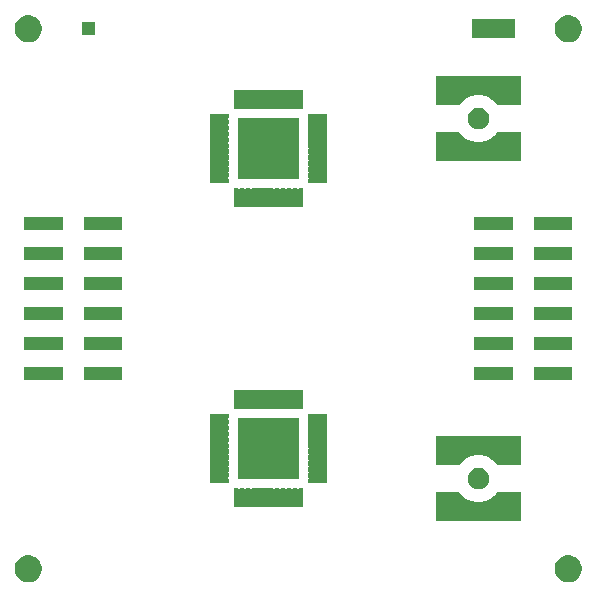
<source format=gbr>
G04 #@! TF.GenerationSoftware,KiCad,Pcbnew,(5.1.5)-3*
G04 #@! TF.CreationDate,2020-02-10T18:10:01+01:00*
G04 #@! TF.ProjectId,Mars-64,4d617273-2d36-4342-9e6b-696361645f70,A*
G04 #@! TF.SameCoordinates,Original*
G04 #@! TF.FileFunction,Soldermask,Bot*
G04 #@! TF.FilePolarity,Negative*
%FSLAX46Y46*%
G04 Gerber Fmt 4.6, Leading zero omitted, Abs format (unit mm)*
G04 Created by KiCad (PCBNEW (5.1.5)-3) date 2020-02-10 18:10:01*
%MOMM*%
%LPD*%
G04 APERTURE LIST*
%ADD10C,0.100000*%
G04 APERTURE END LIST*
D10*
G36*
X84044549Y-77611116D02*
G01*
X84155734Y-77633232D01*
X84365203Y-77719997D01*
X84553720Y-77845960D01*
X84714040Y-78006280D01*
X84840003Y-78194797D01*
X84926768Y-78404266D01*
X84971000Y-78626636D01*
X84971000Y-78853364D01*
X84926768Y-79075734D01*
X84840003Y-79285203D01*
X84714040Y-79473720D01*
X84553720Y-79634040D01*
X84365203Y-79760003D01*
X84155734Y-79846768D01*
X84044549Y-79868884D01*
X83933365Y-79891000D01*
X83706635Y-79891000D01*
X83595451Y-79868884D01*
X83484266Y-79846768D01*
X83274797Y-79760003D01*
X83086280Y-79634040D01*
X82925960Y-79473720D01*
X82799997Y-79285203D01*
X82713232Y-79075734D01*
X82669000Y-78853364D01*
X82669000Y-78626636D01*
X82713232Y-78404266D01*
X82799997Y-78194797D01*
X82925960Y-78006280D01*
X83086280Y-77845960D01*
X83274797Y-77719997D01*
X83484266Y-77633232D01*
X83595451Y-77611116D01*
X83706635Y-77589000D01*
X83933365Y-77589000D01*
X84044549Y-77611116D01*
G37*
G36*
X38324549Y-77611116D02*
G01*
X38435734Y-77633232D01*
X38645203Y-77719997D01*
X38833720Y-77845960D01*
X38994040Y-78006280D01*
X39120003Y-78194797D01*
X39206768Y-78404266D01*
X39251000Y-78626636D01*
X39251000Y-78853364D01*
X39206768Y-79075734D01*
X39120003Y-79285203D01*
X38994040Y-79473720D01*
X38833720Y-79634040D01*
X38645203Y-79760003D01*
X38435734Y-79846768D01*
X38324549Y-79868884D01*
X38213365Y-79891000D01*
X37986635Y-79891000D01*
X37875451Y-79868884D01*
X37764266Y-79846768D01*
X37554797Y-79760003D01*
X37366280Y-79634040D01*
X37205960Y-79473720D01*
X37079997Y-79285203D01*
X36993232Y-79075734D01*
X36949000Y-78853364D01*
X36949000Y-78626636D01*
X36993232Y-78404266D01*
X37079997Y-78194797D01*
X37205960Y-78006280D01*
X37366280Y-77845960D01*
X37554797Y-77719997D01*
X37764266Y-77633232D01*
X37875451Y-77611116D01*
X37986635Y-77589000D01*
X38213365Y-77589000D01*
X38324549Y-77611116D01*
G37*
G36*
X74564999Y-72274737D02*
G01*
X74574608Y-72277652D01*
X74578422Y-72279691D01*
X74583471Y-72282390D01*
X74594461Y-72292303D01*
X74597605Y-72296097D01*
X74600713Y-72298901D01*
X74734644Y-72460542D01*
X74742508Y-72469178D01*
X74869988Y-72596658D01*
X74879908Y-72605571D01*
X75020359Y-72718838D01*
X75030921Y-72726483D01*
X75187459Y-72827772D01*
X75195729Y-72832682D01*
X75356007Y-72919690D01*
X75368680Y-72925675D01*
X75535441Y-72993281D01*
X75548472Y-72997745D01*
X75727470Y-73048232D01*
X75736888Y-73050499D01*
X75919700Y-73087061D01*
X75934627Y-73089120D01*
X76112204Y-73102780D01*
X76121791Y-73103148D01*
X76278209Y-73103148D01*
X76287796Y-73102780D01*
X76465373Y-73089120D01*
X76480300Y-73087061D01*
X76663112Y-73050499D01*
X76672530Y-73048232D01*
X76851528Y-72997745D01*
X76864559Y-72993281D01*
X77031320Y-72925675D01*
X77043993Y-72919690D01*
X77204271Y-72832682D01*
X77212541Y-72827772D01*
X77369079Y-72726483D01*
X77379641Y-72718838D01*
X77520092Y-72605571D01*
X77530012Y-72596658D01*
X77657492Y-72469178D01*
X77665356Y-72460542D01*
X77801159Y-72296642D01*
X77812674Y-72285234D01*
X77821055Y-72279691D01*
X77827616Y-72277009D01*
X77827617Y-72277009D01*
X77830354Y-72275890D01*
X77845000Y-72273753D01*
X77849929Y-72273753D01*
X77854075Y-72273148D01*
X79748860Y-72273148D01*
X79764999Y-72274737D01*
X79774608Y-72277652D01*
X79783472Y-72282390D01*
X79791237Y-72288763D01*
X79797610Y-72296528D01*
X79802348Y-72305392D01*
X79805263Y-72315001D01*
X79806852Y-72331140D01*
X79806852Y-74668860D01*
X79805263Y-74684999D01*
X79802348Y-74694608D01*
X79797610Y-74703472D01*
X79791237Y-74711237D01*
X79783472Y-74717610D01*
X79774608Y-74722348D01*
X79764999Y-74725263D01*
X79748860Y-74726852D01*
X72651140Y-74726852D01*
X72635001Y-74725263D01*
X72625392Y-74722348D01*
X72616528Y-74717610D01*
X72608763Y-74711237D01*
X72602390Y-74703472D01*
X72597652Y-74694608D01*
X72594737Y-74684999D01*
X72593148Y-74668860D01*
X72593148Y-72331140D01*
X72594737Y-72315001D01*
X72597652Y-72305392D01*
X72602390Y-72296528D01*
X72608763Y-72288763D01*
X72616528Y-72282390D01*
X72625392Y-72277652D01*
X72635001Y-72274737D01*
X72651140Y-72273148D01*
X74548860Y-72273148D01*
X74564999Y-72274737D01*
G37*
G36*
X55840295Y-71955323D02*
G01*
X55847309Y-71957451D01*
X55861077Y-71964810D01*
X55883716Y-71974187D01*
X55907749Y-71978967D01*
X55932253Y-71978967D01*
X55956286Y-71974186D01*
X55978923Y-71964810D01*
X55992691Y-71957451D01*
X55999705Y-71955323D01*
X56013140Y-71954000D01*
X56326860Y-71954000D01*
X56340295Y-71955323D01*
X56347309Y-71957451D01*
X56361077Y-71964810D01*
X56383716Y-71974187D01*
X56407749Y-71978967D01*
X56432253Y-71978967D01*
X56456286Y-71974186D01*
X56478923Y-71964810D01*
X56492691Y-71957451D01*
X56499705Y-71955323D01*
X56513140Y-71954000D01*
X56826860Y-71954000D01*
X56840295Y-71955323D01*
X56847309Y-71957451D01*
X56861077Y-71964810D01*
X56883716Y-71974187D01*
X56907749Y-71978967D01*
X56932253Y-71978967D01*
X56956286Y-71974186D01*
X56978923Y-71964810D01*
X56992691Y-71957451D01*
X56999705Y-71955323D01*
X57013140Y-71954000D01*
X57326860Y-71954000D01*
X57340295Y-71955323D01*
X57347309Y-71957451D01*
X57361077Y-71964810D01*
X57383716Y-71974187D01*
X57407749Y-71978967D01*
X57432253Y-71978967D01*
X57456286Y-71974186D01*
X57478923Y-71964810D01*
X57492691Y-71957451D01*
X57499705Y-71955323D01*
X57513140Y-71954000D01*
X57826860Y-71954000D01*
X57840295Y-71955323D01*
X57847309Y-71957451D01*
X57861077Y-71964810D01*
X57883716Y-71974187D01*
X57907749Y-71978967D01*
X57932253Y-71978967D01*
X57956286Y-71974186D01*
X57978923Y-71964810D01*
X57992691Y-71957451D01*
X57999705Y-71955323D01*
X58013140Y-71954000D01*
X58326860Y-71954000D01*
X58340295Y-71955323D01*
X58347309Y-71957451D01*
X58361077Y-71964810D01*
X58383716Y-71974187D01*
X58407749Y-71978967D01*
X58432253Y-71978967D01*
X58456286Y-71974186D01*
X58478923Y-71964810D01*
X58492691Y-71957451D01*
X58499705Y-71955323D01*
X58513140Y-71954000D01*
X58826860Y-71954000D01*
X58840295Y-71955323D01*
X58847309Y-71957451D01*
X58861077Y-71964810D01*
X58883716Y-71974187D01*
X58907749Y-71978967D01*
X58932253Y-71978967D01*
X58956286Y-71974186D01*
X58978923Y-71964810D01*
X58992691Y-71957451D01*
X58999705Y-71955323D01*
X59013140Y-71954000D01*
X59326860Y-71954000D01*
X59340295Y-71955323D01*
X59347309Y-71957451D01*
X59361077Y-71964810D01*
X59383716Y-71974187D01*
X59407749Y-71978967D01*
X59432253Y-71978967D01*
X59456286Y-71974186D01*
X59478923Y-71964810D01*
X59492691Y-71957451D01*
X59499705Y-71955323D01*
X59513140Y-71954000D01*
X59826860Y-71954000D01*
X59840295Y-71955323D01*
X59847309Y-71957451D01*
X59861077Y-71964810D01*
X59883716Y-71974187D01*
X59907749Y-71978967D01*
X59932253Y-71978967D01*
X59956286Y-71974186D01*
X59978923Y-71964810D01*
X59992691Y-71957451D01*
X59999705Y-71955323D01*
X60013140Y-71954000D01*
X60326860Y-71954000D01*
X60340295Y-71955323D01*
X60347309Y-71957451D01*
X60361077Y-71964810D01*
X60383716Y-71974187D01*
X60407749Y-71978967D01*
X60432253Y-71978967D01*
X60456286Y-71974186D01*
X60478923Y-71964810D01*
X60492691Y-71957451D01*
X60499705Y-71955323D01*
X60513140Y-71954000D01*
X60826860Y-71954000D01*
X60840295Y-71955323D01*
X60847309Y-71957451D01*
X60861077Y-71964810D01*
X60883716Y-71974187D01*
X60907749Y-71978967D01*
X60932253Y-71978967D01*
X60956286Y-71974186D01*
X60978923Y-71964810D01*
X60992691Y-71957451D01*
X60999705Y-71955323D01*
X61013140Y-71954000D01*
X61326860Y-71954000D01*
X61340295Y-71955323D01*
X61347310Y-71957451D01*
X61353776Y-71960908D01*
X61359442Y-71965558D01*
X61364092Y-71971224D01*
X61367549Y-71977690D01*
X61369677Y-71984705D01*
X61371000Y-71998140D01*
X61371000Y-73486860D01*
X61369677Y-73500295D01*
X61367549Y-73507310D01*
X61364092Y-73513776D01*
X61359442Y-73519442D01*
X61353776Y-73524092D01*
X61347310Y-73527549D01*
X61340295Y-73529677D01*
X61326860Y-73531000D01*
X61013140Y-73531000D01*
X60999705Y-73529677D01*
X60992691Y-73527549D01*
X60978923Y-73520190D01*
X60956284Y-73510813D01*
X60932251Y-73506033D01*
X60907747Y-73506033D01*
X60883714Y-73510814D01*
X60861077Y-73520190D01*
X60847309Y-73527549D01*
X60840295Y-73529677D01*
X60826860Y-73531000D01*
X60513140Y-73531000D01*
X60499705Y-73529677D01*
X60492691Y-73527549D01*
X60478923Y-73520190D01*
X60456284Y-73510813D01*
X60432251Y-73506033D01*
X60407747Y-73506033D01*
X60383714Y-73510814D01*
X60361077Y-73520190D01*
X60347309Y-73527549D01*
X60340295Y-73529677D01*
X60326860Y-73531000D01*
X60013140Y-73531000D01*
X59999705Y-73529677D01*
X59992691Y-73527549D01*
X59978923Y-73520190D01*
X59956284Y-73510813D01*
X59932251Y-73506033D01*
X59907747Y-73506033D01*
X59883714Y-73510814D01*
X59861077Y-73520190D01*
X59847309Y-73527549D01*
X59840295Y-73529677D01*
X59826860Y-73531000D01*
X59513140Y-73531000D01*
X59499705Y-73529677D01*
X59492691Y-73527549D01*
X59478923Y-73520190D01*
X59456284Y-73510813D01*
X59432251Y-73506033D01*
X59407747Y-73506033D01*
X59383714Y-73510814D01*
X59361077Y-73520190D01*
X59347309Y-73527549D01*
X59340295Y-73529677D01*
X59326860Y-73531000D01*
X59013140Y-73531000D01*
X58999705Y-73529677D01*
X58992691Y-73527549D01*
X58978923Y-73520190D01*
X58956284Y-73510813D01*
X58932251Y-73506033D01*
X58907747Y-73506033D01*
X58883714Y-73510814D01*
X58861077Y-73520190D01*
X58847309Y-73527549D01*
X58840295Y-73529677D01*
X58826860Y-73531000D01*
X58513140Y-73531000D01*
X58499705Y-73529677D01*
X58492691Y-73527549D01*
X58478923Y-73520190D01*
X58456284Y-73510813D01*
X58432251Y-73506033D01*
X58407747Y-73506033D01*
X58383714Y-73510814D01*
X58361077Y-73520190D01*
X58347309Y-73527549D01*
X58340295Y-73529677D01*
X58326860Y-73531000D01*
X58013140Y-73531000D01*
X57999705Y-73529677D01*
X57992691Y-73527549D01*
X57978923Y-73520190D01*
X57956284Y-73510813D01*
X57932251Y-73506033D01*
X57907747Y-73506033D01*
X57883714Y-73510814D01*
X57861077Y-73520190D01*
X57847309Y-73527549D01*
X57840295Y-73529677D01*
X57826860Y-73531000D01*
X57513140Y-73531000D01*
X57499705Y-73529677D01*
X57492691Y-73527549D01*
X57478923Y-73520190D01*
X57456284Y-73510813D01*
X57432251Y-73506033D01*
X57407747Y-73506033D01*
X57383714Y-73510814D01*
X57361077Y-73520190D01*
X57347309Y-73527549D01*
X57340295Y-73529677D01*
X57326860Y-73531000D01*
X57013140Y-73531000D01*
X56999705Y-73529677D01*
X56992691Y-73527549D01*
X56978923Y-73520190D01*
X56956284Y-73510813D01*
X56932251Y-73506033D01*
X56907747Y-73506033D01*
X56883714Y-73510814D01*
X56861077Y-73520190D01*
X56847309Y-73527549D01*
X56840295Y-73529677D01*
X56826860Y-73531000D01*
X56513140Y-73531000D01*
X56499705Y-73529677D01*
X56492691Y-73527549D01*
X56478923Y-73520190D01*
X56456284Y-73510813D01*
X56432251Y-73506033D01*
X56407747Y-73506033D01*
X56383714Y-73510814D01*
X56361077Y-73520190D01*
X56347309Y-73527549D01*
X56340295Y-73529677D01*
X56326860Y-73531000D01*
X56013140Y-73531000D01*
X55999705Y-73529677D01*
X55992691Y-73527549D01*
X55978923Y-73520190D01*
X55956284Y-73510813D01*
X55932251Y-73506033D01*
X55907747Y-73506033D01*
X55883714Y-73510814D01*
X55861077Y-73520190D01*
X55847309Y-73527549D01*
X55840295Y-73529677D01*
X55826860Y-73531000D01*
X55513140Y-73531000D01*
X55499705Y-73529677D01*
X55492690Y-73527549D01*
X55486224Y-73524092D01*
X55480558Y-73519442D01*
X55475908Y-73513776D01*
X55472451Y-73507310D01*
X55470323Y-73500295D01*
X55469000Y-73486860D01*
X55469000Y-71998140D01*
X55470323Y-71984705D01*
X55472451Y-71977690D01*
X55475908Y-71971224D01*
X55480558Y-71965558D01*
X55486224Y-71960908D01*
X55492690Y-71957451D01*
X55499705Y-71955323D01*
X55513140Y-71954000D01*
X55826860Y-71954000D01*
X55840295Y-71955323D01*
G37*
G36*
X76378703Y-70221601D02*
G01*
X76467187Y-70239201D01*
X76633889Y-70308251D01*
X76783916Y-70408496D01*
X76911504Y-70536084D01*
X77011749Y-70686111D01*
X77029721Y-70729500D01*
X77080799Y-70852814D01*
X77114269Y-71021077D01*
X77116000Y-71029782D01*
X77116000Y-71210218D01*
X77080799Y-71387187D01*
X77011749Y-71553889D01*
X76911504Y-71703916D01*
X76783916Y-71831504D01*
X76633889Y-71931749D01*
X76467187Y-72000799D01*
X76378703Y-72018399D01*
X76290219Y-72036000D01*
X76109781Y-72036000D01*
X76021297Y-72018399D01*
X75932813Y-72000799D01*
X75766111Y-71931749D01*
X75616084Y-71831504D01*
X75488496Y-71703916D01*
X75388251Y-71553889D01*
X75319201Y-71387187D01*
X75284000Y-71210218D01*
X75284000Y-71029782D01*
X75285732Y-71021077D01*
X75319201Y-70852814D01*
X75370279Y-70729500D01*
X75388251Y-70686111D01*
X75488496Y-70536084D01*
X75616084Y-70408496D01*
X75766111Y-70308251D01*
X75932813Y-70239201D01*
X76021297Y-70221601D01*
X76109781Y-70204000D01*
X76290219Y-70204000D01*
X76378703Y-70221601D01*
G37*
G36*
X55015295Y-65630323D02*
G01*
X55022310Y-65632451D01*
X55028776Y-65635908D01*
X55034442Y-65640558D01*
X55039092Y-65646224D01*
X55042549Y-65652690D01*
X55044677Y-65659705D01*
X55046000Y-65673140D01*
X55046000Y-65986860D01*
X55044677Y-66000295D01*
X55042549Y-66007309D01*
X55035190Y-66021077D01*
X55025813Y-66043716D01*
X55021033Y-66067749D01*
X55021033Y-66092253D01*
X55025814Y-66116286D01*
X55035190Y-66138923D01*
X55042549Y-66152691D01*
X55044677Y-66159705D01*
X55046000Y-66173140D01*
X55046000Y-66486860D01*
X55044677Y-66500295D01*
X55042549Y-66507309D01*
X55035190Y-66521077D01*
X55025813Y-66543716D01*
X55021033Y-66567749D01*
X55021033Y-66592253D01*
X55025814Y-66616286D01*
X55035190Y-66638923D01*
X55042549Y-66652691D01*
X55044677Y-66659705D01*
X55046000Y-66673140D01*
X55046000Y-66986860D01*
X55044677Y-67000295D01*
X55042549Y-67007309D01*
X55035190Y-67021077D01*
X55025813Y-67043716D01*
X55021033Y-67067749D01*
X55021033Y-67092253D01*
X55025814Y-67116286D01*
X55035190Y-67138923D01*
X55042549Y-67152691D01*
X55044677Y-67159705D01*
X55046000Y-67173140D01*
X55046000Y-67486860D01*
X55044677Y-67500295D01*
X55042549Y-67507309D01*
X55035190Y-67521077D01*
X55025813Y-67543716D01*
X55021033Y-67567749D01*
X55021033Y-67592253D01*
X55025814Y-67616286D01*
X55035190Y-67638923D01*
X55042549Y-67652691D01*
X55044677Y-67659705D01*
X55046000Y-67673140D01*
X55046000Y-67986860D01*
X55044677Y-68000295D01*
X55042549Y-68007309D01*
X55035190Y-68021077D01*
X55025813Y-68043716D01*
X55021033Y-68067749D01*
X55021033Y-68092253D01*
X55025814Y-68116286D01*
X55035190Y-68138923D01*
X55042549Y-68152691D01*
X55044677Y-68159705D01*
X55046000Y-68173140D01*
X55046000Y-68486860D01*
X55044677Y-68500295D01*
X55042549Y-68507309D01*
X55035190Y-68521077D01*
X55025813Y-68543716D01*
X55021033Y-68567749D01*
X55021033Y-68592253D01*
X55025814Y-68616286D01*
X55035190Y-68638923D01*
X55042549Y-68652691D01*
X55044677Y-68659705D01*
X55046000Y-68673140D01*
X55046000Y-68986860D01*
X55044677Y-69000295D01*
X55042549Y-69007309D01*
X55035190Y-69021077D01*
X55025813Y-69043716D01*
X55021033Y-69067749D01*
X55021033Y-69092253D01*
X55025814Y-69116286D01*
X55035190Y-69138923D01*
X55042549Y-69152691D01*
X55044677Y-69159705D01*
X55046000Y-69173140D01*
X55046000Y-69486860D01*
X55044677Y-69500295D01*
X55042549Y-69507309D01*
X55035190Y-69521077D01*
X55025813Y-69543716D01*
X55021033Y-69567749D01*
X55021033Y-69592253D01*
X55025814Y-69616286D01*
X55035190Y-69638923D01*
X55042549Y-69652691D01*
X55044677Y-69659705D01*
X55046000Y-69673140D01*
X55046000Y-69986860D01*
X55044677Y-70000295D01*
X55042549Y-70007309D01*
X55035190Y-70021077D01*
X55025813Y-70043716D01*
X55021033Y-70067749D01*
X55021033Y-70092253D01*
X55025814Y-70116286D01*
X55035190Y-70138923D01*
X55042549Y-70152691D01*
X55044677Y-70159705D01*
X55046000Y-70173140D01*
X55046000Y-70486860D01*
X55044677Y-70500295D01*
X55042549Y-70507309D01*
X55035190Y-70521077D01*
X55025813Y-70543716D01*
X55021033Y-70567749D01*
X55021033Y-70592253D01*
X55025814Y-70616286D01*
X55035190Y-70638923D01*
X55042549Y-70652691D01*
X55044677Y-70659705D01*
X55046000Y-70673140D01*
X55046000Y-70986860D01*
X55044677Y-71000295D01*
X55042549Y-71007309D01*
X55035190Y-71021077D01*
X55025813Y-71043716D01*
X55021033Y-71067749D01*
X55021033Y-71092253D01*
X55025814Y-71116286D01*
X55035190Y-71138923D01*
X55042549Y-71152691D01*
X55044677Y-71159705D01*
X55046000Y-71173140D01*
X55046000Y-71486860D01*
X55044677Y-71500295D01*
X55042549Y-71507310D01*
X55039092Y-71513776D01*
X55034442Y-71519442D01*
X55028776Y-71524092D01*
X55022310Y-71527549D01*
X55015295Y-71529677D01*
X55001860Y-71531000D01*
X53513140Y-71531000D01*
X53499705Y-71529677D01*
X53492690Y-71527549D01*
X53486224Y-71524092D01*
X53480558Y-71519442D01*
X53475908Y-71513776D01*
X53472451Y-71507310D01*
X53470323Y-71500295D01*
X53469000Y-71486860D01*
X53469000Y-71173140D01*
X53470323Y-71159705D01*
X53472451Y-71152691D01*
X53479810Y-71138923D01*
X53489187Y-71116284D01*
X53493967Y-71092251D01*
X53493967Y-71067747D01*
X53489186Y-71043714D01*
X53479810Y-71021077D01*
X53472451Y-71007309D01*
X53470323Y-71000295D01*
X53469000Y-70986860D01*
X53469000Y-70673140D01*
X53470323Y-70659705D01*
X53472451Y-70652691D01*
X53479810Y-70638923D01*
X53489187Y-70616284D01*
X53493967Y-70592251D01*
X53493967Y-70567747D01*
X53489186Y-70543714D01*
X53479810Y-70521077D01*
X53472451Y-70507309D01*
X53470323Y-70500295D01*
X53469000Y-70486860D01*
X53469000Y-70173140D01*
X53470323Y-70159705D01*
X53472451Y-70152691D01*
X53479810Y-70138923D01*
X53489187Y-70116284D01*
X53493967Y-70092251D01*
X53493967Y-70067747D01*
X53489186Y-70043714D01*
X53479810Y-70021077D01*
X53472451Y-70007309D01*
X53470323Y-70000295D01*
X53469000Y-69986860D01*
X53469000Y-69673140D01*
X53470323Y-69659705D01*
X53472451Y-69652691D01*
X53479810Y-69638923D01*
X53489187Y-69616284D01*
X53493967Y-69592251D01*
X53493967Y-69567747D01*
X53489186Y-69543714D01*
X53479810Y-69521077D01*
X53472451Y-69507309D01*
X53470323Y-69500295D01*
X53469000Y-69486860D01*
X53469000Y-69173140D01*
X53470323Y-69159705D01*
X53472451Y-69152691D01*
X53479810Y-69138923D01*
X53489187Y-69116284D01*
X53493967Y-69092251D01*
X53493967Y-69067747D01*
X53489186Y-69043714D01*
X53479810Y-69021077D01*
X53472451Y-69007309D01*
X53470323Y-69000295D01*
X53469000Y-68986860D01*
X53469000Y-68673140D01*
X53470323Y-68659705D01*
X53472451Y-68652691D01*
X53479810Y-68638923D01*
X53489187Y-68616284D01*
X53493967Y-68592251D01*
X53493967Y-68567747D01*
X53489186Y-68543714D01*
X53479810Y-68521077D01*
X53472451Y-68507309D01*
X53470323Y-68500295D01*
X53469000Y-68486860D01*
X53469000Y-68173140D01*
X53470323Y-68159705D01*
X53472451Y-68152691D01*
X53479810Y-68138923D01*
X53489187Y-68116284D01*
X53493967Y-68092251D01*
X53493967Y-68067747D01*
X53489186Y-68043714D01*
X53479810Y-68021077D01*
X53472451Y-68007309D01*
X53470323Y-68000295D01*
X53469000Y-67986860D01*
X53469000Y-67673140D01*
X53470323Y-67659705D01*
X53472451Y-67652691D01*
X53479810Y-67638923D01*
X53489187Y-67616284D01*
X53493967Y-67592251D01*
X53493967Y-67567747D01*
X53489186Y-67543714D01*
X53479810Y-67521077D01*
X53472451Y-67507309D01*
X53470323Y-67500295D01*
X53469000Y-67486860D01*
X53469000Y-67173140D01*
X53470323Y-67159705D01*
X53472451Y-67152691D01*
X53479810Y-67138923D01*
X53489187Y-67116284D01*
X53493967Y-67092251D01*
X53493967Y-67067747D01*
X53489186Y-67043714D01*
X53479810Y-67021077D01*
X53472451Y-67007309D01*
X53470323Y-67000295D01*
X53469000Y-66986860D01*
X53469000Y-66673140D01*
X53470323Y-66659705D01*
X53472451Y-66652691D01*
X53479810Y-66638923D01*
X53489187Y-66616284D01*
X53493967Y-66592251D01*
X53493967Y-66567747D01*
X53489186Y-66543714D01*
X53479810Y-66521077D01*
X53472451Y-66507309D01*
X53470323Y-66500295D01*
X53469000Y-66486860D01*
X53469000Y-66173140D01*
X53470323Y-66159705D01*
X53472451Y-66152691D01*
X53479810Y-66138923D01*
X53489187Y-66116284D01*
X53493967Y-66092251D01*
X53493967Y-66067747D01*
X53489186Y-66043714D01*
X53479810Y-66021077D01*
X53472451Y-66007309D01*
X53470323Y-66000295D01*
X53469000Y-65986860D01*
X53469000Y-65673140D01*
X53470323Y-65659705D01*
X53472451Y-65652690D01*
X53475908Y-65646224D01*
X53480558Y-65640558D01*
X53486224Y-65635908D01*
X53492690Y-65632451D01*
X53499705Y-65630323D01*
X53513140Y-65629000D01*
X55001860Y-65629000D01*
X55015295Y-65630323D01*
G37*
G36*
X63340295Y-65630323D02*
G01*
X63347310Y-65632451D01*
X63353776Y-65635908D01*
X63359442Y-65640558D01*
X63364092Y-65646224D01*
X63367549Y-65652690D01*
X63369677Y-65659705D01*
X63371000Y-65673140D01*
X63371000Y-65986860D01*
X63369677Y-66000295D01*
X63367549Y-66007309D01*
X63360190Y-66021077D01*
X63350813Y-66043716D01*
X63346033Y-66067749D01*
X63346033Y-66092253D01*
X63350814Y-66116286D01*
X63360190Y-66138923D01*
X63367549Y-66152691D01*
X63369677Y-66159705D01*
X63371000Y-66173140D01*
X63371000Y-66486860D01*
X63369677Y-66500295D01*
X63367549Y-66507309D01*
X63360190Y-66521077D01*
X63350813Y-66543716D01*
X63346033Y-66567749D01*
X63346033Y-66592253D01*
X63350814Y-66616286D01*
X63360190Y-66638923D01*
X63367549Y-66652691D01*
X63369677Y-66659705D01*
X63371000Y-66673140D01*
X63371000Y-66986860D01*
X63369677Y-67000295D01*
X63367549Y-67007309D01*
X63360190Y-67021077D01*
X63350813Y-67043716D01*
X63346033Y-67067749D01*
X63346033Y-67092253D01*
X63350814Y-67116286D01*
X63360190Y-67138923D01*
X63367549Y-67152691D01*
X63369677Y-67159705D01*
X63371000Y-67173140D01*
X63371000Y-67486860D01*
X63369677Y-67500295D01*
X63367549Y-67507309D01*
X63360190Y-67521077D01*
X63350813Y-67543716D01*
X63346033Y-67567749D01*
X63346033Y-67592253D01*
X63350814Y-67616286D01*
X63360190Y-67638923D01*
X63367549Y-67652691D01*
X63369677Y-67659705D01*
X63371000Y-67673140D01*
X63371000Y-67986860D01*
X63369677Y-68000295D01*
X63367549Y-68007309D01*
X63360190Y-68021077D01*
X63350813Y-68043716D01*
X63346033Y-68067749D01*
X63346033Y-68092253D01*
X63350814Y-68116286D01*
X63360190Y-68138923D01*
X63367549Y-68152691D01*
X63369677Y-68159705D01*
X63371000Y-68173140D01*
X63371000Y-68486860D01*
X63369677Y-68500295D01*
X63367549Y-68507309D01*
X63360190Y-68521077D01*
X63350813Y-68543716D01*
X63346033Y-68567749D01*
X63346033Y-68592253D01*
X63350814Y-68616286D01*
X63360190Y-68638923D01*
X63367549Y-68652691D01*
X63369677Y-68659705D01*
X63371000Y-68673140D01*
X63371000Y-68986860D01*
X63369677Y-69000295D01*
X63367549Y-69007309D01*
X63360190Y-69021077D01*
X63350813Y-69043716D01*
X63346033Y-69067749D01*
X63346033Y-69092253D01*
X63350814Y-69116286D01*
X63360190Y-69138923D01*
X63367549Y-69152691D01*
X63369677Y-69159705D01*
X63371000Y-69173140D01*
X63371000Y-69486860D01*
X63369677Y-69500295D01*
X63367549Y-69507309D01*
X63360190Y-69521077D01*
X63350813Y-69543716D01*
X63346033Y-69567749D01*
X63346033Y-69592253D01*
X63350814Y-69616286D01*
X63360190Y-69638923D01*
X63367549Y-69652691D01*
X63369677Y-69659705D01*
X63371000Y-69673140D01*
X63371000Y-69986860D01*
X63369677Y-70000295D01*
X63367549Y-70007309D01*
X63360190Y-70021077D01*
X63350813Y-70043716D01*
X63346033Y-70067749D01*
X63346033Y-70092253D01*
X63350814Y-70116286D01*
X63360190Y-70138923D01*
X63367549Y-70152691D01*
X63369677Y-70159705D01*
X63371000Y-70173140D01*
X63371000Y-70486860D01*
X63369677Y-70500295D01*
X63367549Y-70507309D01*
X63360190Y-70521077D01*
X63350813Y-70543716D01*
X63346033Y-70567749D01*
X63346033Y-70592253D01*
X63350814Y-70616286D01*
X63360190Y-70638923D01*
X63367549Y-70652691D01*
X63369677Y-70659705D01*
X63371000Y-70673140D01*
X63371000Y-70986860D01*
X63369677Y-71000295D01*
X63367549Y-71007309D01*
X63360190Y-71021077D01*
X63350813Y-71043716D01*
X63346033Y-71067749D01*
X63346033Y-71092253D01*
X63350814Y-71116286D01*
X63360190Y-71138923D01*
X63367549Y-71152691D01*
X63369677Y-71159705D01*
X63371000Y-71173140D01*
X63371000Y-71486860D01*
X63369677Y-71500295D01*
X63367549Y-71507310D01*
X63364092Y-71513776D01*
X63359442Y-71519442D01*
X63353776Y-71524092D01*
X63347310Y-71527549D01*
X63340295Y-71529677D01*
X63326860Y-71531000D01*
X61838140Y-71531000D01*
X61824705Y-71529677D01*
X61817690Y-71527549D01*
X61811224Y-71524092D01*
X61805558Y-71519442D01*
X61800908Y-71513776D01*
X61797451Y-71507310D01*
X61795323Y-71500295D01*
X61794000Y-71486860D01*
X61794000Y-71173140D01*
X61795323Y-71159705D01*
X61797451Y-71152691D01*
X61804810Y-71138923D01*
X61814187Y-71116284D01*
X61818967Y-71092251D01*
X61818967Y-71067747D01*
X61814186Y-71043714D01*
X61804810Y-71021077D01*
X61797451Y-71007309D01*
X61795323Y-71000295D01*
X61794000Y-70986860D01*
X61794000Y-70673140D01*
X61795323Y-70659705D01*
X61797451Y-70652691D01*
X61804810Y-70638923D01*
X61814187Y-70616284D01*
X61818967Y-70592251D01*
X61818967Y-70567747D01*
X61814186Y-70543714D01*
X61804810Y-70521077D01*
X61797451Y-70507309D01*
X61795323Y-70500295D01*
X61794000Y-70486860D01*
X61794000Y-70173140D01*
X61795323Y-70159705D01*
X61797451Y-70152691D01*
X61804810Y-70138923D01*
X61814187Y-70116284D01*
X61818967Y-70092251D01*
X61818967Y-70067747D01*
X61814186Y-70043714D01*
X61804810Y-70021077D01*
X61797451Y-70007309D01*
X61795323Y-70000295D01*
X61794000Y-69986860D01*
X61794000Y-69673140D01*
X61795323Y-69659705D01*
X61797451Y-69652691D01*
X61804810Y-69638923D01*
X61814187Y-69616284D01*
X61818967Y-69592251D01*
X61818967Y-69567747D01*
X61814186Y-69543714D01*
X61804810Y-69521077D01*
X61797451Y-69507309D01*
X61795323Y-69500295D01*
X61794000Y-69486860D01*
X61794000Y-69173140D01*
X61795323Y-69159705D01*
X61797451Y-69152691D01*
X61804810Y-69138923D01*
X61814187Y-69116284D01*
X61818967Y-69092251D01*
X61818967Y-69067747D01*
X61814186Y-69043714D01*
X61804810Y-69021077D01*
X61797451Y-69007309D01*
X61795323Y-69000295D01*
X61794000Y-68986860D01*
X61794000Y-68673140D01*
X61795323Y-68659705D01*
X61797451Y-68652691D01*
X61804810Y-68638923D01*
X61814187Y-68616284D01*
X61818967Y-68592251D01*
X61818967Y-68567747D01*
X61814186Y-68543714D01*
X61804810Y-68521077D01*
X61797451Y-68507309D01*
X61795323Y-68500295D01*
X61794000Y-68486860D01*
X61794000Y-68173140D01*
X61795323Y-68159705D01*
X61797451Y-68152691D01*
X61804810Y-68138923D01*
X61814187Y-68116284D01*
X61818967Y-68092251D01*
X61818967Y-68067747D01*
X61814186Y-68043714D01*
X61804810Y-68021077D01*
X61797451Y-68007309D01*
X61795323Y-68000295D01*
X61794000Y-67986860D01*
X61794000Y-67673140D01*
X61795323Y-67659705D01*
X61797451Y-67652691D01*
X61804810Y-67638923D01*
X61814187Y-67616284D01*
X61818967Y-67592251D01*
X61818967Y-67567747D01*
X61814186Y-67543714D01*
X61804810Y-67521077D01*
X61797451Y-67507309D01*
X61795323Y-67500295D01*
X61794000Y-67486860D01*
X61794000Y-67173140D01*
X61795323Y-67159705D01*
X61797451Y-67152691D01*
X61804810Y-67138923D01*
X61814187Y-67116284D01*
X61818967Y-67092251D01*
X61818967Y-67067747D01*
X61814186Y-67043714D01*
X61804810Y-67021077D01*
X61797451Y-67007309D01*
X61795323Y-67000295D01*
X61794000Y-66986860D01*
X61794000Y-66673140D01*
X61795323Y-66659705D01*
X61797451Y-66652691D01*
X61804810Y-66638923D01*
X61814187Y-66616284D01*
X61818967Y-66592251D01*
X61818967Y-66567747D01*
X61814186Y-66543714D01*
X61804810Y-66521077D01*
X61797451Y-66507309D01*
X61795323Y-66500295D01*
X61794000Y-66486860D01*
X61794000Y-66173140D01*
X61795323Y-66159705D01*
X61797451Y-66152691D01*
X61804810Y-66138923D01*
X61814187Y-66116284D01*
X61818967Y-66092251D01*
X61818967Y-66067747D01*
X61814186Y-66043714D01*
X61804810Y-66021077D01*
X61797451Y-66007309D01*
X61795323Y-66000295D01*
X61794000Y-65986860D01*
X61794000Y-65673140D01*
X61795323Y-65659705D01*
X61797451Y-65652690D01*
X61800908Y-65646224D01*
X61805558Y-65640558D01*
X61811224Y-65635908D01*
X61817690Y-65632451D01*
X61824705Y-65630323D01*
X61838140Y-65629000D01*
X63326860Y-65629000D01*
X63340295Y-65630323D01*
G37*
G36*
X60971000Y-71131000D02*
G01*
X55869000Y-71131000D01*
X55869000Y-66029000D01*
X60971000Y-66029000D01*
X60971000Y-71131000D01*
G37*
G36*
X79764999Y-67514737D02*
G01*
X79774608Y-67517652D01*
X79783472Y-67522390D01*
X79791237Y-67528763D01*
X79797610Y-67536528D01*
X79802348Y-67545392D01*
X79805263Y-67555001D01*
X79806852Y-67571140D01*
X79806852Y-69908860D01*
X79805263Y-69924999D01*
X79802348Y-69934608D01*
X79797610Y-69943472D01*
X79791237Y-69951237D01*
X79783472Y-69957610D01*
X79774608Y-69962348D01*
X79764999Y-69965263D01*
X79748860Y-69966852D01*
X77851140Y-69966852D01*
X77835001Y-69965263D01*
X77825392Y-69962348D01*
X77819135Y-69959003D01*
X77816529Y-69957610D01*
X77805539Y-69947697D01*
X77802395Y-69943903D01*
X77799287Y-69941099D01*
X77665356Y-69779458D01*
X77657492Y-69770822D01*
X77530012Y-69643342D01*
X77520092Y-69634429D01*
X77379641Y-69521162D01*
X77369079Y-69513517D01*
X77212541Y-69412228D01*
X77204271Y-69407318D01*
X77043993Y-69320310D01*
X77031320Y-69314325D01*
X76864559Y-69246719D01*
X76851528Y-69242255D01*
X76672530Y-69191768D01*
X76663112Y-69189501D01*
X76480300Y-69152939D01*
X76465373Y-69150880D01*
X76287796Y-69137220D01*
X76278209Y-69136852D01*
X76121791Y-69136852D01*
X76112204Y-69137220D01*
X75934627Y-69150880D01*
X75919700Y-69152939D01*
X75736888Y-69189501D01*
X75727470Y-69191768D01*
X75548472Y-69242255D01*
X75535441Y-69246719D01*
X75368680Y-69314325D01*
X75356007Y-69320310D01*
X75195729Y-69407318D01*
X75187459Y-69412228D01*
X75030921Y-69513517D01*
X75020359Y-69521162D01*
X74879908Y-69634429D01*
X74869988Y-69643342D01*
X74742508Y-69770822D01*
X74734644Y-69779458D01*
X74598841Y-69943358D01*
X74587326Y-69954766D01*
X74587324Y-69954767D01*
X74578945Y-69960309D01*
X74569646Y-69964110D01*
X74555000Y-69966247D01*
X74550071Y-69966247D01*
X74545925Y-69966852D01*
X72651140Y-69966852D01*
X72635001Y-69965263D01*
X72625392Y-69962348D01*
X72616528Y-69957610D01*
X72608763Y-69951237D01*
X72602390Y-69943472D01*
X72597652Y-69934608D01*
X72594737Y-69924999D01*
X72593148Y-69908860D01*
X72593148Y-67571140D01*
X72594737Y-67555001D01*
X72597652Y-67545392D01*
X72602390Y-67536528D01*
X72608763Y-67528763D01*
X72616528Y-67522390D01*
X72625392Y-67517652D01*
X72635001Y-67514737D01*
X72651140Y-67513148D01*
X79748860Y-67513148D01*
X79764999Y-67514737D01*
G37*
G36*
X55840295Y-63630323D02*
G01*
X55847309Y-63632451D01*
X55861077Y-63639810D01*
X55883716Y-63649187D01*
X55907749Y-63653967D01*
X55932253Y-63653967D01*
X55956286Y-63649186D01*
X55978923Y-63639810D01*
X55992691Y-63632451D01*
X55999705Y-63630323D01*
X56013140Y-63629000D01*
X56326860Y-63629000D01*
X56340295Y-63630323D01*
X56347309Y-63632451D01*
X56361077Y-63639810D01*
X56383716Y-63649187D01*
X56407749Y-63653967D01*
X56432253Y-63653967D01*
X56456286Y-63649186D01*
X56478923Y-63639810D01*
X56492691Y-63632451D01*
X56499705Y-63630323D01*
X56513140Y-63629000D01*
X56826860Y-63629000D01*
X56840295Y-63630323D01*
X56847309Y-63632451D01*
X56861077Y-63639810D01*
X56883716Y-63649187D01*
X56907749Y-63653967D01*
X56932253Y-63653967D01*
X56956286Y-63649186D01*
X56978923Y-63639810D01*
X56992691Y-63632451D01*
X56999705Y-63630323D01*
X57013140Y-63629000D01*
X57326860Y-63629000D01*
X57340295Y-63630323D01*
X57347309Y-63632451D01*
X57361077Y-63639810D01*
X57383716Y-63649187D01*
X57407749Y-63653967D01*
X57432253Y-63653967D01*
X57456286Y-63649186D01*
X57478923Y-63639810D01*
X57492691Y-63632451D01*
X57499705Y-63630323D01*
X57513140Y-63629000D01*
X57826860Y-63629000D01*
X57840295Y-63630323D01*
X57847309Y-63632451D01*
X57861077Y-63639810D01*
X57883716Y-63649187D01*
X57907749Y-63653967D01*
X57932253Y-63653967D01*
X57956286Y-63649186D01*
X57978923Y-63639810D01*
X57992691Y-63632451D01*
X57999705Y-63630323D01*
X58013140Y-63629000D01*
X58326860Y-63629000D01*
X58340295Y-63630323D01*
X58347309Y-63632451D01*
X58361077Y-63639810D01*
X58383716Y-63649187D01*
X58407749Y-63653967D01*
X58432253Y-63653967D01*
X58456286Y-63649186D01*
X58478923Y-63639810D01*
X58492691Y-63632451D01*
X58499705Y-63630323D01*
X58513140Y-63629000D01*
X58826860Y-63629000D01*
X58840295Y-63630323D01*
X58847309Y-63632451D01*
X58861077Y-63639810D01*
X58883716Y-63649187D01*
X58907749Y-63653967D01*
X58932253Y-63653967D01*
X58956286Y-63649186D01*
X58978923Y-63639810D01*
X58992691Y-63632451D01*
X58999705Y-63630323D01*
X59013140Y-63629000D01*
X59326860Y-63629000D01*
X59340295Y-63630323D01*
X59347309Y-63632451D01*
X59361077Y-63639810D01*
X59383716Y-63649187D01*
X59407749Y-63653967D01*
X59432253Y-63653967D01*
X59456286Y-63649186D01*
X59478923Y-63639810D01*
X59492691Y-63632451D01*
X59499705Y-63630323D01*
X59513140Y-63629000D01*
X59826860Y-63629000D01*
X59840295Y-63630323D01*
X59847309Y-63632451D01*
X59861077Y-63639810D01*
X59883716Y-63649187D01*
X59907749Y-63653967D01*
X59932253Y-63653967D01*
X59956286Y-63649186D01*
X59978923Y-63639810D01*
X59992691Y-63632451D01*
X59999705Y-63630323D01*
X60013140Y-63629000D01*
X60326860Y-63629000D01*
X60340295Y-63630323D01*
X60347309Y-63632451D01*
X60361077Y-63639810D01*
X60383716Y-63649187D01*
X60407749Y-63653967D01*
X60432253Y-63653967D01*
X60456286Y-63649186D01*
X60478923Y-63639810D01*
X60492691Y-63632451D01*
X60499705Y-63630323D01*
X60513140Y-63629000D01*
X60826860Y-63629000D01*
X60840295Y-63630323D01*
X60847309Y-63632451D01*
X60861077Y-63639810D01*
X60883716Y-63649187D01*
X60907749Y-63653967D01*
X60932253Y-63653967D01*
X60956286Y-63649186D01*
X60978923Y-63639810D01*
X60992691Y-63632451D01*
X60999705Y-63630323D01*
X61013140Y-63629000D01*
X61326860Y-63629000D01*
X61340295Y-63630323D01*
X61347310Y-63632451D01*
X61353776Y-63635908D01*
X61359442Y-63640558D01*
X61364092Y-63646224D01*
X61367549Y-63652690D01*
X61369677Y-63659705D01*
X61371000Y-63673140D01*
X61371000Y-65161860D01*
X61369677Y-65175295D01*
X61367549Y-65182310D01*
X61364092Y-65188776D01*
X61359442Y-65194442D01*
X61353776Y-65199092D01*
X61347310Y-65202549D01*
X61340295Y-65204677D01*
X61326860Y-65206000D01*
X61013140Y-65206000D01*
X60999705Y-65204677D01*
X60992691Y-65202549D01*
X60978923Y-65195190D01*
X60956284Y-65185813D01*
X60932251Y-65181033D01*
X60907747Y-65181033D01*
X60883714Y-65185814D01*
X60861077Y-65195190D01*
X60847309Y-65202549D01*
X60840295Y-65204677D01*
X60826860Y-65206000D01*
X60513140Y-65206000D01*
X60499705Y-65204677D01*
X60492691Y-65202549D01*
X60478923Y-65195190D01*
X60456284Y-65185813D01*
X60432251Y-65181033D01*
X60407747Y-65181033D01*
X60383714Y-65185814D01*
X60361077Y-65195190D01*
X60347309Y-65202549D01*
X60340295Y-65204677D01*
X60326860Y-65206000D01*
X60013140Y-65206000D01*
X59999705Y-65204677D01*
X59992691Y-65202549D01*
X59978923Y-65195190D01*
X59956284Y-65185813D01*
X59932251Y-65181033D01*
X59907747Y-65181033D01*
X59883714Y-65185814D01*
X59861077Y-65195190D01*
X59847309Y-65202549D01*
X59840295Y-65204677D01*
X59826860Y-65206000D01*
X59513140Y-65206000D01*
X59499705Y-65204677D01*
X59492691Y-65202549D01*
X59478923Y-65195190D01*
X59456284Y-65185813D01*
X59432251Y-65181033D01*
X59407747Y-65181033D01*
X59383714Y-65185814D01*
X59361077Y-65195190D01*
X59347309Y-65202549D01*
X59340295Y-65204677D01*
X59326860Y-65206000D01*
X59013140Y-65206000D01*
X58999705Y-65204677D01*
X58992691Y-65202549D01*
X58978923Y-65195190D01*
X58956284Y-65185813D01*
X58932251Y-65181033D01*
X58907747Y-65181033D01*
X58883714Y-65185814D01*
X58861077Y-65195190D01*
X58847309Y-65202549D01*
X58840295Y-65204677D01*
X58826860Y-65206000D01*
X58513140Y-65206000D01*
X58499705Y-65204677D01*
X58492691Y-65202549D01*
X58478923Y-65195190D01*
X58456284Y-65185813D01*
X58432251Y-65181033D01*
X58407747Y-65181033D01*
X58383714Y-65185814D01*
X58361077Y-65195190D01*
X58347309Y-65202549D01*
X58340295Y-65204677D01*
X58326860Y-65206000D01*
X58013140Y-65206000D01*
X57999705Y-65204677D01*
X57992691Y-65202549D01*
X57978923Y-65195190D01*
X57956284Y-65185813D01*
X57932251Y-65181033D01*
X57907747Y-65181033D01*
X57883714Y-65185814D01*
X57861077Y-65195190D01*
X57847309Y-65202549D01*
X57840295Y-65204677D01*
X57826860Y-65206000D01*
X57513140Y-65206000D01*
X57499705Y-65204677D01*
X57492691Y-65202549D01*
X57478923Y-65195190D01*
X57456284Y-65185813D01*
X57432251Y-65181033D01*
X57407747Y-65181033D01*
X57383714Y-65185814D01*
X57361077Y-65195190D01*
X57347309Y-65202549D01*
X57340295Y-65204677D01*
X57326860Y-65206000D01*
X57013140Y-65206000D01*
X56999705Y-65204677D01*
X56992691Y-65202549D01*
X56978923Y-65195190D01*
X56956284Y-65185813D01*
X56932251Y-65181033D01*
X56907747Y-65181033D01*
X56883714Y-65185814D01*
X56861077Y-65195190D01*
X56847309Y-65202549D01*
X56840295Y-65204677D01*
X56826860Y-65206000D01*
X56513140Y-65206000D01*
X56499705Y-65204677D01*
X56492691Y-65202549D01*
X56478923Y-65195190D01*
X56456284Y-65185813D01*
X56432251Y-65181033D01*
X56407747Y-65181033D01*
X56383714Y-65185814D01*
X56361077Y-65195190D01*
X56347309Y-65202549D01*
X56340295Y-65204677D01*
X56326860Y-65206000D01*
X56013140Y-65206000D01*
X55999705Y-65204677D01*
X55992691Y-65202549D01*
X55978923Y-65195190D01*
X55956284Y-65185813D01*
X55932251Y-65181033D01*
X55907747Y-65181033D01*
X55883714Y-65185814D01*
X55861077Y-65195190D01*
X55847309Y-65202549D01*
X55840295Y-65204677D01*
X55826860Y-65206000D01*
X55513140Y-65206000D01*
X55499705Y-65204677D01*
X55492690Y-65202549D01*
X55486224Y-65199092D01*
X55480558Y-65194442D01*
X55475908Y-65188776D01*
X55472451Y-65182310D01*
X55470323Y-65175295D01*
X55469000Y-65161860D01*
X55469000Y-63673140D01*
X55470323Y-63659705D01*
X55472451Y-63652690D01*
X55475908Y-63646224D01*
X55480558Y-63640558D01*
X55486224Y-63635908D01*
X55492690Y-63632451D01*
X55499705Y-63630323D01*
X55513140Y-63629000D01*
X55826860Y-63629000D01*
X55840295Y-63630323D01*
G37*
G36*
X41011000Y-62781000D02*
G01*
X37759000Y-62781000D01*
X37759000Y-61679000D01*
X41011000Y-61679000D01*
X41011000Y-62781000D01*
G37*
G36*
X79111000Y-62781000D02*
G01*
X75859000Y-62781000D01*
X75859000Y-61679000D01*
X79111000Y-61679000D01*
X79111000Y-62781000D01*
G37*
G36*
X84161000Y-62781000D02*
G01*
X80909000Y-62781000D01*
X80909000Y-61679000D01*
X84161000Y-61679000D01*
X84161000Y-62781000D01*
G37*
G36*
X46061000Y-62781000D02*
G01*
X42809000Y-62781000D01*
X42809000Y-61679000D01*
X46061000Y-61679000D01*
X46061000Y-62781000D01*
G37*
G36*
X41011000Y-60241000D02*
G01*
X37759000Y-60241000D01*
X37759000Y-59139000D01*
X41011000Y-59139000D01*
X41011000Y-60241000D01*
G37*
G36*
X84161000Y-60241000D02*
G01*
X80909000Y-60241000D01*
X80909000Y-59139000D01*
X84161000Y-59139000D01*
X84161000Y-60241000D01*
G37*
G36*
X79111000Y-60241000D02*
G01*
X75859000Y-60241000D01*
X75859000Y-59139000D01*
X79111000Y-59139000D01*
X79111000Y-60241000D01*
G37*
G36*
X46061000Y-60241000D02*
G01*
X42809000Y-60241000D01*
X42809000Y-59139000D01*
X46061000Y-59139000D01*
X46061000Y-60241000D01*
G37*
G36*
X79111000Y-57701000D02*
G01*
X75859000Y-57701000D01*
X75859000Y-56599000D01*
X79111000Y-56599000D01*
X79111000Y-57701000D01*
G37*
G36*
X46061000Y-57701000D02*
G01*
X42809000Y-57701000D01*
X42809000Y-56599000D01*
X46061000Y-56599000D01*
X46061000Y-57701000D01*
G37*
G36*
X41011000Y-57701000D02*
G01*
X37759000Y-57701000D01*
X37759000Y-56599000D01*
X41011000Y-56599000D01*
X41011000Y-57701000D01*
G37*
G36*
X84161000Y-57701000D02*
G01*
X80909000Y-57701000D01*
X80909000Y-56599000D01*
X84161000Y-56599000D01*
X84161000Y-57701000D01*
G37*
G36*
X41011000Y-55161000D02*
G01*
X37759000Y-55161000D01*
X37759000Y-54059000D01*
X41011000Y-54059000D01*
X41011000Y-55161000D01*
G37*
G36*
X84161000Y-55161000D02*
G01*
X80909000Y-55161000D01*
X80909000Y-54059000D01*
X84161000Y-54059000D01*
X84161000Y-55161000D01*
G37*
G36*
X79111000Y-55161000D02*
G01*
X75859000Y-55161000D01*
X75859000Y-54059000D01*
X79111000Y-54059000D01*
X79111000Y-55161000D01*
G37*
G36*
X46061000Y-55161000D02*
G01*
X42809000Y-55161000D01*
X42809000Y-54059000D01*
X46061000Y-54059000D01*
X46061000Y-55161000D01*
G37*
G36*
X84161000Y-52621000D02*
G01*
X80909000Y-52621000D01*
X80909000Y-51519000D01*
X84161000Y-51519000D01*
X84161000Y-52621000D01*
G37*
G36*
X41011000Y-52621000D02*
G01*
X37759000Y-52621000D01*
X37759000Y-51519000D01*
X41011000Y-51519000D01*
X41011000Y-52621000D01*
G37*
G36*
X46061000Y-52621000D02*
G01*
X42809000Y-52621000D01*
X42809000Y-51519000D01*
X46061000Y-51519000D01*
X46061000Y-52621000D01*
G37*
G36*
X79111000Y-52621000D02*
G01*
X75859000Y-52621000D01*
X75859000Y-51519000D01*
X79111000Y-51519000D01*
X79111000Y-52621000D01*
G37*
G36*
X46061000Y-50081000D02*
G01*
X42809000Y-50081000D01*
X42809000Y-48979000D01*
X46061000Y-48979000D01*
X46061000Y-50081000D01*
G37*
G36*
X84161000Y-50081000D02*
G01*
X80909000Y-50081000D01*
X80909000Y-48979000D01*
X84161000Y-48979000D01*
X84161000Y-50081000D01*
G37*
G36*
X79111000Y-50081000D02*
G01*
X75859000Y-50081000D01*
X75859000Y-48979000D01*
X79111000Y-48979000D01*
X79111000Y-50081000D01*
G37*
G36*
X41011000Y-50081000D02*
G01*
X37759000Y-50081000D01*
X37759000Y-48979000D01*
X41011000Y-48979000D01*
X41011000Y-50081000D01*
G37*
G36*
X55840295Y-46555323D02*
G01*
X55847309Y-46557451D01*
X55861077Y-46564810D01*
X55883716Y-46574187D01*
X55907749Y-46578967D01*
X55932253Y-46578967D01*
X55956286Y-46574186D01*
X55978923Y-46564810D01*
X55992691Y-46557451D01*
X55999705Y-46555323D01*
X56013140Y-46554000D01*
X56326860Y-46554000D01*
X56340295Y-46555323D01*
X56347309Y-46557451D01*
X56361077Y-46564810D01*
X56383716Y-46574187D01*
X56407749Y-46578967D01*
X56432253Y-46578967D01*
X56456286Y-46574186D01*
X56478923Y-46564810D01*
X56492691Y-46557451D01*
X56499705Y-46555323D01*
X56513140Y-46554000D01*
X56826860Y-46554000D01*
X56840295Y-46555323D01*
X56847309Y-46557451D01*
X56861077Y-46564810D01*
X56883716Y-46574187D01*
X56907749Y-46578967D01*
X56932253Y-46578967D01*
X56956286Y-46574186D01*
X56978923Y-46564810D01*
X56992691Y-46557451D01*
X56999705Y-46555323D01*
X57013140Y-46554000D01*
X57326860Y-46554000D01*
X57340295Y-46555323D01*
X57347309Y-46557451D01*
X57361077Y-46564810D01*
X57383716Y-46574187D01*
X57407749Y-46578967D01*
X57432253Y-46578967D01*
X57456286Y-46574186D01*
X57478923Y-46564810D01*
X57492691Y-46557451D01*
X57499705Y-46555323D01*
X57513140Y-46554000D01*
X57826860Y-46554000D01*
X57840295Y-46555323D01*
X57847309Y-46557451D01*
X57861077Y-46564810D01*
X57883716Y-46574187D01*
X57907749Y-46578967D01*
X57932253Y-46578967D01*
X57956286Y-46574186D01*
X57978923Y-46564810D01*
X57992691Y-46557451D01*
X57999705Y-46555323D01*
X58013140Y-46554000D01*
X58326860Y-46554000D01*
X58340295Y-46555323D01*
X58347309Y-46557451D01*
X58361077Y-46564810D01*
X58383716Y-46574187D01*
X58407749Y-46578967D01*
X58432253Y-46578967D01*
X58456286Y-46574186D01*
X58478923Y-46564810D01*
X58492691Y-46557451D01*
X58499705Y-46555323D01*
X58513140Y-46554000D01*
X58826860Y-46554000D01*
X58840295Y-46555323D01*
X58847309Y-46557451D01*
X58861077Y-46564810D01*
X58883716Y-46574187D01*
X58907749Y-46578967D01*
X58932253Y-46578967D01*
X58956286Y-46574186D01*
X58978923Y-46564810D01*
X58992691Y-46557451D01*
X58999705Y-46555323D01*
X59013140Y-46554000D01*
X59326860Y-46554000D01*
X59340295Y-46555323D01*
X59347309Y-46557451D01*
X59361077Y-46564810D01*
X59383716Y-46574187D01*
X59407749Y-46578967D01*
X59432253Y-46578967D01*
X59456286Y-46574186D01*
X59478923Y-46564810D01*
X59492691Y-46557451D01*
X59499705Y-46555323D01*
X59513140Y-46554000D01*
X59826860Y-46554000D01*
X59840295Y-46555323D01*
X59847309Y-46557451D01*
X59861077Y-46564810D01*
X59883716Y-46574187D01*
X59907749Y-46578967D01*
X59932253Y-46578967D01*
X59956286Y-46574186D01*
X59978923Y-46564810D01*
X59992691Y-46557451D01*
X59999705Y-46555323D01*
X60013140Y-46554000D01*
X60326860Y-46554000D01*
X60340295Y-46555323D01*
X60347309Y-46557451D01*
X60361077Y-46564810D01*
X60383716Y-46574187D01*
X60407749Y-46578967D01*
X60432253Y-46578967D01*
X60456286Y-46574186D01*
X60478923Y-46564810D01*
X60492691Y-46557451D01*
X60499705Y-46555323D01*
X60513140Y-46554000D01*
X60826860Y-46554000D01*
X60840295Y-46555323D01*
X60847309Y-46557451D01*
X60861077Y-46564810D01*
X60883716Y-46574187D01*
X60907749Y-46578967D01*
X60932253Y-46578967D01*
X60956286Y-46574186D01*
X60978923Y-46564810D01*
X60992691Y-46557451D01*
X60999705Y-46555323D01*
X61013140Y-46554000D01*
X61326860Y-46554000D01*
X61340295Y-46555323D01*
X61347310Y-46557451D01*
X61353776Y-46560908D01*
X61359442Y-46565558D01*
X61364092Y-46571224D01*
X61367549Y-46577690D01*
X61369677Y-46584705D01*
X61371000Y-46598140D01*
X61371000Y-48086860D01*
X61369677Y-48100295D01*
X61367549Y-48107310D01*
X61364092Y-48113776D01*
X61359442Y-48119442D01*
X61353776Y-48124092D01*
X61347310Y-48127549D01*
X61340295Y-48129677D01*
X61326860Y-48131000D01*
X61013140Y-48131000D01*
X60999705Y-48129677D01*
X60992691Y-48127549D01*
X60978923Y-48120190D01*
X60956284Y-48110813D01*
X60932251Y-48106033D01*
X60907747Y-48106033D01*
X60883714Y-48110814D01*
X60861077Y-48120190D01*
X60847309Y-48127549D01*
X60840295Y-48129677D01*
X60826860Y-48131000D01*
X60513140Y-48131000D01*
X60499705Y-48129677D01*
X60492691Y-48127549D01*
X60478923Y-48120190D01*
X60456284Y-48110813D01*
X60432251Y-48106033D01*
X60407747Y-48106033D01*
X60383714Y-48110814D01*
X60361077Y-48120190D01*
X60347309Y-48127549D01*
X60340295Y-48129677D01*
X60326860Y-48131000D01*
X60013140Y-48131000D01*
X59999705Y-48129677D01*
X59992691Y-48127549D01*
X59978923Y-48120190D01*
X59956284Y-48110813D01*
X59932251Y-48106033D01*
X59907747Y-48106033D01*
X59883714Y-48110814D01*
X59861077Y-48120190D01*
X59847309Y-48127549D01*
X59840295Y-48129677D01*
X59826860Y-48131000D01*
X59513140Y-48131000D01*
X59499705Y-48129677D01*
X59492691Y-48127549D01*
X59478923Y-48120190D01*
X59456284Y-48110813D01*
X59432251Y-48106033D01*
X59407747Y-48106033D01*
X59383714Y-48110814D01*
X59361077Y-48120190D01*
X59347309Y-48127549D01*
X59340295Y-48129677D01*
X59326860Y-48131000D01*
X59013140Y-48131000D01*
X58999705Y-48129677D01*
X58992691Y-48127549D01*
X58978923Y-48120190D01*
X58956284Y-48110813D01*
X58932251Y-48106033D01*
X58907747Y-48106033D01*
X58883714Y-48110814D01*
X58861077Y-48120190D01*
X58847309Y-48127549D01*
X58840295Y-48129677D01*
X58826860Y-48131000D01*
X58513140Y-48131000D01*
X58499705Y-48129677D01*
X58492691Y-48127549D01*
X58478923Y-48120190D01*
X58456284Y-48110813D01*
X58432251Y-48106033D01*
X58407747Y-48106033D01*
X58383714Y-48110814D01*
X58361077Y-48120190D01*
X58347309Y-48127549D01*
X58340295Y-48129677D01*
X58326860Y-48131000D01*
X58013140Y-48131000D01*
X57999705Y-48129677D01*
X57992691Y-48127549D01*
X57978923Y-48120190D01*
X57956284Y-48110813D01*
X57932251Y-48106033D01*
X57907747Y-48106033D01*
X57883714Y-48110814D01*
X57861077Y-48120190D01*
X57847309Y-48127549D01*
X57840295Y-48129677D01*
X57826860Y-48131000D01*
X57513140Y-48131000D01*
X57499705Y-48129677D01*
X57492691Y-48127549D01*
X57478923Y-48120190D01*
X57456284Y-48110813D01*
X57432251Y-48106033D01*
X57407747Y-48106033D01*
X57383714Y-48110814D01*
X57361077Y-48120190D01*
X57347309Y-48127549D01*
X57340295Y-48129677D01*
X57326860Y-48131000D01*
X57013140Y-48131000D01*
X56999705Y-48129677D01*
X56992691Y-48127549D01*
X56978923Y-48120190D01*
X56956284Y-48110813D01*
X56932251Y-48106033D01*
X56907747Y-48106033D01*
X56883714Y-48110814D01*
X56861077Y-48120190D01*
X56847309Y-48127549D01*
X56840295Y-48129677D01*
X56826860Y-48131000D01*
X56513140Y-48131000D01*
X56499705Y-48129677D01*
X56492691Y-48127549D01*
X56478923Y-48120190D01*
X56456284Y-48110813D01*
X56432251Y-48106033D01*
X56407747Y-48106033D01*
X56383714Y-48110814D01*
X56361077Y-48120190D01*
X56347309Y-48127549D01*
X56340295Y-48129677D01*
X56326860Y-48131000D01*
X56013140Y-48131000D01*
X55999705Y-48129677D01*
X55992691Y-48127549D01*
X55978923Y-48120190D01*
X55956284Y-48110813D01*
X55932251Y-48106033D01*
X55907747Y-48106033D01*
X55883714Y-48110814D01*
X55861077Y-48120190D01*
X55847309Y-48127549D01*
X55840295Y-48129677D01*
X55826860Y-48131000D01*
X55513140Y-48131000D01*
X55499705Y-48129677D01*
X55492690Y-48127549D01*
X55486224Y-48124092D01*
X55480558Y-48119442D01*
X55475908Y-48113776D01*
X55472451Y-48107310D01*
X55470323Y-48100295D01*
X55469000Y-48086860D01*
X55469000Y-46598140D01*
X55470323Y-46584705D01*
X55472451Y-46577690D01*
X55475908Y-46571224D01*
X55480558Y-46565558D01*
X55486224Y-46560908D01*
X55492690Y-46557451D01*
X55499705Y-46555323D01*
X55513140Y-46554000D01*
X55826860Y-46554000D01*
X55840295Y-46555323D01*
G37*
G36*
X63340295Y-40230323D02*
G01*
X63347310Y-40232451D01*
X63353776Y-40235908D01*
X63359442Y-40240558D01*
X63364092Y-40246224D01*
X63367549Y-40252690D01*
X63369677Y-40259705D01*
X63371000Y-40273140D01*
X63371000Y-40586860D01*
X63369677Y-40600295D01*
X63367549Y-40607309D01*
X63360190Y-40621077D01*
X63350813Y-40643716D01*
X63346033Y-40667749D01*
X63346033Y-40692253D01*
X63350814Y-40716286D01*
X63360190Y-40738923D01*
X63367549Y-40752691D01*
X63369677Y-40759705D01*
X63371000Y-40773140D01*
X63371000Y-41086860D01*
X63369677Y-41100295D01*
X63367549Y-41107309D01*
X63360190Y-41121077D01*
X63350813Y-41143716D01*
X63346033Y-41167749D01*
X63346033Y-41192253D01*
X63350814Y-41216286D01*
X63360190Y-41238923D01*
X63367549Y-41252691D01*
X63369677Y-41259705D01*
X63371000Y-41273140D01*
X63371000Y-41586860D01*
X63369677Y-41600295D01*
X63367549Y-41607309D01*
X63360190Y-41621077D01*
X63350813Y-41643716D01*
X63346033Y-41667749D01*
X63346033Y-41692253D01*
X63350814Y-41716286D01*
X63360190Y-41738923D01*
X63367549Y-41752691D01*
X63369677Y-41759705D01*
X63371000Y-41773140D01*
X63371000Y-42086860D01*
X63369677Y-42100295D01*
X63367549Y-42107309D01*
X63360190Y-42121077D01*
X63350813Y-42143716D01*
X63346033Y-42167749D01*
X63346033Y-42192253D01*
X63350814Y-42216286D01*
X63360190Y-42238923D01*
X63367549Y-42252691D01*
X63369677Y-42259705D01*
X63371000Y-42273140D01*
X63371000Y-42586860D01*
X63369677Y-42600295D01*
X63367549Y-42607309D01*
X63360190Y-42621077D01*
X63350813Y-42643716D01*
X63346033Y-42667749D01*
X63346033Y-42692253D01*
X63350814Y-42716286D01*
X63360190Y-42738923D01*
X63367549Y-42752691D01*
X63369677Y-42759705D01*
X63371000Y-42773140D01*
X63371000Y-43086860D01*
X63369677Y-43100295D01*
X63367549Y-43107309D01*
X63360190Y-43121077D01*
X63350813Y-43143716D01*
X63346033Y-43167749D01*
X63346033Y-43192253D01*
X63350814Y-43216286D01*
X63360190Y-43238923D01*
X63367549Y-43252691D01*
X63369677Y-43259705D01*
X63371000Y-43273140D01*
X63371000Y-43586860D01*
X63369677Y-43600295D01*
X63367549Y-43607309D01*
X63360190Y-43621077D01*
X63350813Y-43643716D01*
X63346033Y-43667749D01*
X63346033Y-43692253D01*
X63350814Y-43716286D01*
X63360190Y-43738923D01*
X63367549Y-43752691D01*
X63369677Y-43759705D01*
X63371000Y-43773140D01*
X63371000Y-44086860D01*
X63369677Y-44100295D01*
X63367549Y-44107309D01*
X63360190Y-44121077D01*
X63350813Y-44143716D01*
X63346033Y-44167749D01*
X63346033Y-44192253D01*
X63350814Y-44216286D01*
X63360190Y-44238923D01*
X63367549Y-44252691D01*
X63369677Y-44259705D01*
X63371000Y-44273140D01*
X63371000Y-44586860D01*
X63369677Y-44600295D01*
X63367549Y-44607309D01*
X63360190Y-44621077D01*
X63350813Y-44643716D01*
X63346033Y-44667749D01*
X63346033Y-44692253D01*
X63350814Y-44716286D01*
X63360190Y-44738923D01*
X63367549Y-44752691D01*
X63369677Y-44759705D01*
X63371000Y-44773140D01*
X63371000Y-45086860D01*
X63369677Y-45100295D01*
X63367549Y-45107309D01*
X63360190Y-45121077D01*
X63350813Y-45143716D01*
X63346033Y-45167749D01*
X63346033Y-45192253D01*
X63350814Y-45216286D01*
X63360190Y-45238923D01*
X63367549Y-45252691D01*
X63369677Y-45259705D01*
X63371000Y-45273140D01*
X63371000Y-45586860D01*
X63369677Y-45600295D01*
X63367549Y-45607309D01*
X63360190Y-45621077D01*
X63350813Y-45643716D01*
X63346033Y-45667749D01*
X63346033Y-45692253D01*
X63350814Y-45716286D01*
X63360190Y-45738923D01*
X63367549Y-45752691D01*
X63369677Y-45759705D01*
X63371000Y-45773140D01*
X63371000Y-46086860D01*
X63369677Y-46100295D01*
X63367549Y-46107310D01*
X63364092Y-46113776D01*
X63359442Y-46119442D01*
X63353776Y-46124092D01*
X63347310Y-46127549D01*
X63340295Y-46129677D01*
X63326860Y-46131000D01*
X61838140Y-46131000D01*
X61824705Y-46129677D01*
X61817690Y-46127549D01*
X61811224Y-46124092D01*
X61805558Y-46119442D01*
X61800908Y-46113776D01*
X61797451Y-46107310D01*
X61795323Y-46100295D01*
X61794000Y-46086860D01*
X61794000Y-45773140D01*
X61795323Y-45759705D01*
X61797451Y-45752691D01*
X61804810Y-45738923D01*
X61814187Y-45716284D01*
X61818967Y-45692251D01*
X61818967Y-45667747D01*
X61814186Y-45643714D01*
X61804810Y-45621077D01*
X61797451Y-45607309D01*
X61795323Y-45600295D01*
X61794000Y-45586860D01*
X61794000Y-45273140D01*
X61795323Y-45259705D01*
X61797451Y-45252691D01*
X61804810Y-45238923D01*
X61814187Y-45216284D01*
X61818967Y-45192251D01*
X61818967Y-45167747D01*
X61814186Y-45143714D01*
X61804810Y-45121077D01*
X61797451Y-45107309D01*
X61795323Y-45100295D01*
X61794000Y-45086860D01*
X61794000Y-44773140D01*
X61795323Y-44759705D01*
X61797451Y-44752691D01*
X61804810Y-44738923D01*
X61814187Y-44716284D01*
X61818967Y-44692251D01*
X61818967Y-44667747D01*
X61814186Y-44643714D01*
X61804810Y-44621077D01*
X61797451Y-44607309D01*
X61795323Y-44600295D01*
X61794000Y-44586860D01*
X61794000Y-44273140D01*
X61795323Y-44259705D01*
X61797451Y-44252691D01*
X61804810Y-44238923D01*
X61814187Y-44216284D01*
X61818967Y-44192251D01*
X61818967Y-44167747D01*
X61814186Y-44143714D01*
X61804810Y-44121077D01*
X61797451Y-44107309D01*
X61795323Y-44100295D01*
X61794000Y-44086860D01*
X61794000Y-43773140D01*
X61795323Y-43759705D01*
X61797451Y-43752691D01*
X61804810Y-43738923D01*
X61814187Y-43716284D01*
X61818967Y-43692251D01*
X61818967Y-43667747D01*
X61814186Y-43643714D01*
X61804810Y-43621077D01*
X61797451Y-43607309D01*
X61795323Y-43600295D01*
X61794000Y-43586860D01*
X61794000Y-43273140D01*
X61795323Y-43259705D01*
X61797451Y-43252691D01*
X61804810Y-43238923D01*
X61814187Y-43216284D01*
X61818967Y-43192251D01*
X61818967Y-43167747D01*
X61814186Y-43143714D01*
X61804810Y-43121077D01*
X61797451Y-43107309D01*
X61795323Y-43100295D01*
X61794000Y-43086860D01*
X61794000Y-42773140D01*
X61795323Y-42759705D01*
X61797451Y-42752691D01*
X61804810Y-42738923D01*
X61814187Y-42716284D01*
X61818967Y-42692251D01*
X61818967Y-42667747D01*
X61814186Y-42643714D01*
X61804810Y-42621077D01*
X61797451Y-42607309D01*
X61795323Y-42600295D01*
X61794000Y-42586860D01*
X61794000Y-42273140D01*
X61795323Y-42259705D01*
X61797451Y-42252691D01*
X61804810Y-42238923D01*
X61814187Y-42216284D01*
X61818967Y-42192251D01*
X61818967Y-42167747D01*
X61814186Y-42143714D01*
X61804810Y-42121077D01*
X61797451Y-42107309D01*
X61795323Y-42100295D01*
X61794000Y-42086860D01*
X61794000Y-41773140D01*
X61795323Y-41759705D01*
X61797451Y-41752691D01*
X61804810Y-41738923D01*
X61814187Y-41716284D01*
X61818967Y-41692251D01*
X61818967Y-41667747D01*
X61814186Y-41643714D01*
X61804810Y-41621077D01*
X61797451Y-41607309D01*
X61795323Y-41600295D01*
X61794000Y-41586860D01*
X61794000Y-41273140D01*
X61795323Y-41259705D01*
X61797451Y-41252691D01*
X61804810Y-41238923D01*
X61814187Y-41216284D01*
X61818967Y-41192251D01*
X61818967Y-41167747D01*
X61814186Y-41143714D01*
X61804810Y-41121077D01*
X61797451Y-41107309D01*
X61795323Y-41100295D01*
X61794000Y-41086860D01*
X61794000Y-40773140D01*
X61795323Y-40759705D01*
X61797451Y-40752691D01*
X61804810Y-40738923D01*
X61814187Y-40716284D01*
X61818967Y-40692251D01*
X61818967Y-40667747D01*
X61814186Y-40643714D01*
X61804810Y-40621077D01*
X61797451Y-40607309D01*
X61795323Y-40600295D01*
X61794000Y-40586860D01*
X61794000Y-40273140D01*
X61795323Y-40259705D01*
X61797451Y-40252690D01*
X61800908Y-40246224D01*
X61805558Y-40240558D01*
X61811224Y-40235908D01*
X61817690Y-40232451D01*
X61824705Y-40230323D01*
X61838140Y-40229000D01*
X63326860Y-40229000D01*
X63340295Y-40230323D01*
G37*
G36*
X55015295Y-40230323D02*
G01*
X55022310Y-40232451D01*
X55028776Y-40235908D01*
X55034442Y-40240558D01*
X55039092Y-40246224D01*
X55042549Y-40252690D01*
X55044677Y-40259705D01*
X55046000Y-40273140D01*
X55046000Y-40586860D01*
X55044677Y-40600295D01*
X55042549Y-40607309D01*
X55035190Y-40621077D01*
X55025813Y-40643716D01*
X55021033Y-40667749D01*
X55021033Y-40692253D01*
X55025814Y-40716286D01*
X55035190Y-40738923D01*
X55042549Y-40752691D01*
X55044677Y-40759705D01*
X55046000Y-40773140D01*
X55046000Y-41086860D01*
X55044677Y-41100295D01*
X55042549Y-41107309D01*
X55035190Y-41121077D01*
X55025813Y-41143716D01*
X55021033Y-41167749D01*
X55021033Y-41192253D01*
X55025814Y-41216286D01*
X55035190Y-41238923D01*
X55042549Y-41252691D01*
X55044677Y-41259705D01*
X55046000Y-41273140D01*
X55046000Y-41586860D01*
X55044677Y-41600295D01*
X55042549Y-41607309D01*
X55035190Y-41621077D01*
X55025813Y-41643716D01*
X55021033Y-41667749D01*
X55021033Y-41692253D01*
X55025814Y-41716286D01*
X55035190Y-41738923D01*
X55042549Y-41752691D01*
X55044677Y-41759705D01*
X55046000Y-41773140D01*
X55046000Y-42086860D01*
X55044677Y-42100295D01*
X55042549Y-42107309D01*
X55035190Y-42121077D01*
X55025813Y-42143716D01*
X55021033Y-42167749D01*
X55021033Y-42192253D01*
X55025814Y-42216286D01*
X55035190Y-42238923D01*
X55042549Y-42252691D01*
X55044677Y-42259705D01*
X55046000Y-42273140D01*
X55046000Y-42586860D01*
X55044677Y-42600295D01*
X55042549Y-42607309D01*
X55035190Y-42621077D01*
X55025813Y-42643716D01*
X55021033Y-42667749D01*
X55021033Y-42692253D01*
X55025814Y-42716286D01*
X55035190Y-42738923D01*
X55042549Y-42752691D01*
X55044677Y-42759705D01*
X55046000Y-42773140D01*
X55046000Y-43086860D01*
X55044677Y-43100295D01*
X55042549Y-43107309D01*
X55035190Y-43121077D01*
X55025813Y-43143716D01*
X55021033Y-43167749D01*
X55021033Y-43192253D01*
X55025814Y-43216286D01*
X55035190Y-43238923D01*
X55042549Y-43252691D01*
X55044677Y-43259705D01*
X55046000Y-43273140D01*
X55046000Y-43586860D01*
X55044677Y-43600295D01*
X55042549Y-43607309D01*
X55035190Y-43621077D01*
X55025813Y-43643716D01*
X55021033Y-43667749D01*
X55021033Y-43692253D01*
X55025814Y-43716286D01*
X55035190Y-43738923D01*
X55042549Y-43752691D01*
X55044677Y-43759705D01*
X55046000Y-43773140D01*
X55046000Y-44086860D01*
X55044677Y-44100295D01*
X55042549Y-44107309D01*
X55035190Y-44121077D01*
X55025813Y-44143716D01*
X55021033Y-44167749D01*
X55021033Y-44192253D01*
X55025814Y-44216286D01*
X55035190Y-44238923D01*
X55042549Y-44252691D01*
X55044677Y-44259705D01*
X55046000Y-44273140D01*
X55046000Y-44586860D01*
X55044677Y-44600295D01*
X55042549Y-44607309D01*
X55035190Y-44621077D01*
X55025813Y-44643716D01*
X55021033Y-44667749D01*
X55021033Y-44692253D01*
X55025814Y-44716286D01*
X55035190Y-44738923D01*
X55042549Y-44752691D01*
X55044677Y-44759705D01*
X55046000Y-44773140D01*
X55046000Y-45086860D01*
X55044677Y-45100295D01*
X55042549Y-45107309D01*
X55035190Y-45121077D01*
X55025813Y-45143716D01*
X55021033Y-45167749D01*
X55021033Y-45192253D01*
X55025814Y-45216286D01*
X55035190Y-45238923D01*
X55042549Y-45252691D01*
X55044677Y-45259705D01*
X55046000Y-45273140D01*
X55046000Y-45586860D01*
X55044677Y-45600295D01*
X55042549Y-45607309D01*
X55035190Y-45621077D01*
X55025813Y-45643716D01*
X55021033Y-45667749D01*
X55021033Y-45692253D01*
X55025814Y-45716286D01*
X55035190Y-45738923D01*
X55042549Y-45752691D01*
X55044677Y-45759705D01*
X55046000Y-45773140D01*
X55046000Y-46086860D01*
X55044677Y-46100295D01*
X55042549Y-46107310D01*
X55039092Y-46113776D01*
X55034442Y-46119442D01*
X55028776Y-46124092D01*
X55022310Y-46127549D01*
X55015295Y-46129677D01*
X55001860Y-46131000D01*
X53513140Y-46131000D01*
X53499705Y-46129677D01*
X53492690Y-46127549D01*
X53486224Y-46124092D01*
X53480558Y-46119442D01*
X53475908Y-46113776D01*
X53472451Y-46107310D01*
X53470323Y-46100295D01*
X53469000Y-46086860D01*
X53469000Y-45773140D01*
X53470323Y-45759705D01*
X53472451Y-45752691D01*
X53479810Y-45738923D01*
X53489187Y-45716284D01*
X53493967Y-45692251D01*
X53493967Y-45667747D01*
X53489186Y-45643714D01*
X53479810Y-45621077D01*
X53472451Y-45607309D01*
X53470323Y-45600295D01*
X53469000Y-45586860D01*
X53469000Y-45273140D01*
X53470323Y-45259705D01*
X53472451Y-45252691D01*
X53479810Y-45238923D01*
X53489187Y-45216284D01*
X53493967Y-45192251D01*
X53493967Y-45167747D01*
X53489186Y-45143714D01*
X53479810Y-45121077D01*
X53472451Y-45107309D01*
X53470323Y-45100295D01*
X53469000Y-45086860D01*
X53469000Y-44773140D01*
X53470323Y-44759705D01*
X53472451Y-44752691D01*
X53479810Y-44738923D01*
X53489187Y-44716284D01*
X53493967Y-44692251D01*
X53493967Y-44667747D01*
X53489186Y-44643714D01*
X53479810Y-44621077D01*
X53472451Y-44607309D01*
X53470323Y-44600295D01*
X53469000Y-44586860D01*
X53469000Y-44273140D01*
X53470323Y-44259705D01*
X53472451Y-44252691D01*
X53479810Y-44238923D01*
X53489187Y-44216284D01*
X53493967Y-44192251D01*
X53493967Y-44167747D01*
X53489186Y-44143714D01*
X53479810Y-44121077D01*
X53472451Y-44107309D01*
X53470323Y-44100295D01*
X53469000Y-44086860D01*
X53469000Y-43773140D01*
X53470323Y-43759705D01*
X53472451Y-43752691D01*
X53479810Y-43738923D01*
X53489187Y-43716284D01*
X53493967Y-43692251D01*
X53493967Y-43667747D01*
X53489186Y-43643714D01*
X53479810Y-43621077D01*
X53472451Y-43607309D01*
X53470323Y-43600295D01*
X53469000Y-43586860D01*
X53469000Y-43273140D01*
X53470323Y-43259705D01*
X53472451Y-43252691D01*
X53479810Y-43238923D01*
X53489187Y-43216284D01*
X53493967Y-43192251D01*
X53493967Y-43167747D01*
X53489186Y-43143714D01*
X53479810Y-43121077D01*
X53472451Y-43107309D01*
X53470323Y-43100295D01*
X53469000Y-43086860D01*
X53469000Y-42773140D01*
X53470323Y-42759705D01*
X53472451Y-42752691D01*
X53479810Y-42738923D01*
X53489187Y-42716284D01*
X53493967Y-42692251D01*
X53493967Y-42667747D01*
X53489186Y-42643714D01*
X53479810Y-42621077D01*
X53472451Y-42607309D01*
X53470323Y-42600295D01*
X53469000Y-42586860D01*
X53469000Y-42273140D01*
X53470323Y-42259705D01*
X53472451Y-42252691D01*
X53479810Y-42238923D01*
X53489187Y-42216284D01*
X53493967Y-42192251D01*
X53493967Y-42167747D01*
X53489186Y-42143714D01*
X53479810Y-42121077D01*
X53472451Y-42107309D01*
X53470323Y-42100295D01*
X53469000Y-42086860D01*
X53469000Y-41773140D01*
X53470323Y-41759705D01*
X53472451Y-41752691D01*
X53479810Y-41738923D01*
X53489187Y-41716284D01*
X53493967Y-41692251D01*
X53493967Y-41667747D01*
X53489186Y-41643714D01*
X53479810Y-41621077D01*
X53472451Y-41607309D01*
X53470323Y-41600295D01*
X53469000Y-41586860D01*
X53469000Y-41273140D01*
X53470323Y-41259705D01*
X53472451Y-41252691D01*
X53479810Y-41238923D01*
X53489187Y-41216284D01*
X53493967Y-41192251D01*
X53493967Y-41167747D01*
X53489186Y-41143714D01*
X53479810Y-41121077D01*
X53472451Y-41107309D01*
X53470323Y-41100295D01*
X53469000Y-41086860D01*
X53469000Y-40773140D01*
X53470323Y-40759705D01*
X53472451Y-40752691D01*
X53479810Y-40738923D01*
X53489187Y-40716284D01*
X53493967Y-40692251D01*
X53493967Y-40667747D01*
X53489186Y-40643714D01*
X53479810Y-40621077D01*
X53472451Y-40607309D01*
X53470323Y-40600295D01*
X53469000Y-40586860D01*
X53469000Y-40273140D01*
X53470323Y-40259705D01*
X53472451Y-40252690D01*
X53475908Y-40246224D01*
X53480558Y-40240558D01*
X53486224Y-40235908D01*
X53492690Y-40232451D01*
X53499705Y-40230323D01*
X53513140Y-40229000D01*
X55001860Y-40229000D01*
X55015295Y-40230323D01*
G37*
G36*
X60971000Y-45731000D02*
G01*
X55869000Y-45731000D01*
X55869000Y-40629000D01*
X60971000Y-40629000D01*
X60971000Y-45731000D01*
G37*
G36*
X74564999Y-41794737D02*
G01*
X74574608Y-41797652D01*
X74578422Y-41799691D01*
X74583471Y-41802390D01*
X74594461Y-41812303D01*
X74597605Y-41816097D01*
X74600713Y-41818901D01*
X74734644Y-41980542D01*
X74742508Y-41989178D01*
X74869988Y-42116658D01*
X74879908Y-42125571D01*
X75020359Y-42238838D01*
X75030921Y-42246483D01*
X75187459Y-42347772D01*
X75195729Y-42352682D01*
X75356007Y-42439690D01*
X75368680Y-42445675D01*
X75535441Y-42513281D01*
X75548472Y-42517745D01*
X75727470Y-42568232D01*
X75736888Y-42570499D01*
X75919700Y-42607061D01*
X75934627Y-42609120D01*
X76112204Y-42622780D01*
X76121791Y-42623148D01*
X76278209Y-42623148D01*
X76287796Y-42622780D01*
X76465373Y-42609120D01*
X76480300Y-42607061D01*
X76663112Y-42570499D01*
X76672530Y-42568232D01*
X76851528Y-42517745D01*
X76864559Y-42513281D01*
X77031320Y-42445675D01*
X77043993Y-42439690D01*
X77204271Y-42352682D01*
X77212541Y-42347772D01*
X77369079Y-42246483D01*
X77379641Y-42238838D01*
X77520092Y-42125571D01*
X77530012Y-42116658D01*
X77657492Y-41989178D01*
X77665356Y-41980542D01*
X77801159Y-41816642D01*
X77812674Y-41805234D01*
X77821055Y-41799691D01*
X77827616Y-41797009D01*
X77827617Y-41797009D01*
X77830354Y-41795890D01*
X77845000Y-41793753D01*
X77849929Y-41793753D01*
X77854075Y-41793148D01*
X79748860Y-41793148D01*
X79764999Y-41794737D01*
X79774608Y-41797652D01*
X79783472Y-41802390D01*
X79791237Y-41808763D01*
X79797610Y-41816528D01*
X79802348Y-41825392D01*
X79805263Y-41835001D01*
X79806852Y-41851140D01*
X79806852Y-44188860D01*
X79805263Y-44204999D01*
X79802348Y-44214608D01*
X79797610Y-44223472D01*
X79791237Y-44231237D01*
X79783472Y-44237610D01*
X79774608Y-44242348D01*
X79764999Y-44245263D01*
X79748860Y-44246852D01*
X72651140Y-44246852D01*
X72635001Y-44245263D01*
X72625392Y-44242348D01*
X72616528Y-44237610D01*
X72608763Y-44231237D01*
X72602390Y-44223472D01*
X72597652Y-44214608D01*
X72594737Y-44204999D01*
X72593148Y-44188860D01*
X72593148Y-41851140D01*
X72594737Y-41835001D01*
X72597652Y-41825392D01*
X72602390Y-41816528D01*
X72608763Y-41808763D01*
X72616528Y-41802390D01*
X72625392Y-41797652D01*
X72635001Y-41794737D01*
X72651140Y-41793148D01*
X74548860Y-41793148D01*
X74564999Y-41794737D01*
G37*
G36*
X76378703Y-39741601D02*
G01*
X76467187Y-39759201D01*
X76633889Y-39828251D01*
X76783916Y-39928496D01*
X76911504Y-40056084D01*
X77011749Y-40206111D01*
X77062858Y-40329500D01*
X77080799Y-40372814D01*
X77116000Y-40549781D01*
X77116000Y-40730219D01*
X77112873Y-40745937D01*
X77080799Y-40907187D01*
X77011749Y-41073889D01*
X76911504Y-41223916D01*
X76783916Y-41351504D01*
X76633889Y-41451749D01*
X76467187Y-41520799D01*
X76418416Y-41530500D01*
X76290219Y-41556000D01*
X76109781Y-41556000D01*
X75981584Y-41530500D01*
X75932813Y-41520799D01*
X75766111Y-41451749D01*
X75616084Y-41351504D01*
X75488496Y-41223916D01*
X75388251Y-41073889D01*
X75319201Y-40907187D01*
X75287127Y-40745937D01*
X75284000Y-40730219D01*
X75284000Y-40549781D01*
X75319201Y-40372814D01*
X75337142Y-40329500D01*
X75388251Y-40206111D01*
X75488496Y-40056084D01*
X75616084Y-39928496D01*
X75766111Y-39828251D01*
X75932813Y-39759201D01*
X76021297Y-39741601D01*
X76109781Y-39724000D01*
X76290219Y-39724000D01*
X76378703Y-39741601D01*
G37*
G36*
X55840295Y-38230323D02*
G01*
X55847309Y-38232451D01*
X55861077Y-38239810D01*
X55883716Y-38249187D01*
X55907749Y-38253967D01*
X55932253Y-38253967D01*
X55956286Y-38249186D01*
X55978923Y-38239810D01*
X55992691Y-38232451D01*
X55999705Y-38230323D01*
X56013140Y-38229000D01*
X56326860Y-38229000D01*
X56340295Y-38230323D01*
X56347309Y-38232451D01*
X56361077Y-38239810D01*
X56383716Y-38249187D01*
X56407749Y-38253967D01*
X56432253Y-38253967D01*
X56456286Y-38249186D01*
X56478923Y-38239810D01*
X56492691Y-38232451D01*
X56499705Y-38230323D01*
X56513140Y-38229000D01*
X56826860Y-38229000D01*
X56840295Y-38230323D01*
X56847309Y-38232451D01*
X56861077Y-38239810D01*
X56883716Y-38249187D01*
X56907749Y-38253967D01*
X56932253Y-38253967D01*
X56956286Y-38249186D01*
X56978923Y-38239810D01*
X56992691Y-38232451D01*
X56999705Y-38230323D01*
X57013140Y-38229000D01*
X57326860Y-38229000D01*
X57340295Y-38230323D01*
X57347309Y-38232451D01*
X57361077Y-38239810D01*
X57383716Y-38249187D01*
X57407749Y-38253967D01*
X57432253Y-38253967D01*
X57456286Y-38249186D01*
X57478923Y-38239810D01*
X57492691Y-38232451D01*
X57499705Y-38230323D01*
X57513140Y-38229000D01*
X57826860Y-38229000D01*
X57840295Y-38230323D01*
X57847309Y-38232451D01*
X57861077Y-38239810D01*
X57883716Y-38249187D01*
X57907749Y-38253967D01*
X57932253Y-38253967D01*
X57956286Y-38249186D01*
X57978923Y-38239810D01*
X57992691Y-38232451D01*
X57999705Y-38230323D01*
X58013140Y-38229000D01*
X58326860Y-38229000D01*
X58340295Y-38230323D01*
X58347309Y-38232451D01*
X58361077Y-38239810D01*
X58383716Y-38249187D01*
X58407749Y-38253967D01*
X58432253Y-38253967D01*
X58456286Y-38249186D01*
X58478923Y-38239810D01*
X58492691Y-38232451D01*
X58499705Y-38230323D01*
X58513140Y-38229000D01*
X58826860Y-38229000D01*
X58840295Y-38230323D01*
X58847309Y-38232451D01*
X58861077Y-38239810D01*
X58883716Y-38249187D01*
X58907749Y-38253967D01*
X58932253Y-38253967D01*
X58956286Y-38249186D01*
X58978923Y-38239810D01*
X58992691Y-38232451D01*
X58999705Y-38230323D01*
X59013140Y-38229000D01*
X59326860Y-38229000D01*
X59340295Y-38230323D01*
X59347309Y-38232451D01*
X59361077Y-38239810D01*
X59383716Y-38249187D01*
X59407749Y-38253967D01*
X59432253Y-38253967D01*
X59456286Y-38249186D01*
X59478923Y-38239810D01*
X59492691Y-38232451D01*
X59499705Y-38230323D01*
X59513140Y-38229000D01*
X59826860Y-38229000D01*
X59840295Y-38230323D01*
X59847309Y-38232451D01*
X59861077Y-38239810D01*
X59883716Y-38249187D01*
X59907749Y-38253967D01*
X59932253Y-38253967D01*
X59956286Y-38249186D01*
X59978923Y-38239810D01*
X59992691Y-38232451D01*
X59999705Y-38230323D01*
X60013140Y-38229000D01*
X60326860Y-38229000D01*
X60340295Y-38230323D01*
X60347309Y-38232451D01*
X60361077Y-38239810D01*
X60383716Y-38249187D01*
X60407749Y-38253967D01*
X60432253Y-38253967D01*
X60456286Y-38249186D01*
X60478923Y-38239810D01*
X60492691Y-38232451D01*
X60499705Y-38230323D01*
X60513140Y-38229000D01*
X60826860Y-38229000D01*
X60840295Y-38230323D01*
X60847309Y-38232451D01*
X60861077Y-38239810D01*
X60883716Y-38249187D01*
X60907749Y-38253967D01*
X60932253Y-38253967D01*
X60956286Y-38249186D01*
X60978923Y-38239810D01*
X60992691Y-38232451D01*
X60999705Y-38230323D01*
X61013140Y-38229000D01*
X61326860Y-38229000D01*
X61340295Y-38230323D01*
X61347310Y-38232451D01*
X61353776Y-38235908D01*
X61359442Y-38240558D01*
X61364092Y-38246224D01*
X61367549Y-38252690D01*
X61369677Y-38259705D01*
X61371000Y-38273140D01*
X61371000Y-39761860D01*
X61369677Y-39775295D01*
X61367549Y-39782310D01*
X61364092Y-39788776D01*
X61359442Y-39794442D01*
X61353776Y-39799092D01*
X61347310Y-39802549D01*
X61340295Y-39804677D01*
X61326860Y-39806000D01*
X61013140Y-39806000D01*
X60999705Y-39804677D01*
X60992691Y-39802549D01*
X60978923Y-39795190D01*
X60956284Y-39785813D01*
X60932251Y-39781033D01*
X60907747Y-39781033D01*
X60883714Y-39785814D01*
X60861077Y-39795190D01*
X60847309Y-39802549D01*
X60840295Y-39804677D01*
X60826860Y-39806000D01*
X60513140Y-39806000D01*
X60499705Y-39804677D01*
X60492691Y-39802549D01*
X60478923Y-39795190D01*
X60456284Y-39785813D01*
X60432251Y-39781033D01*
X60407747Y-39781033D01*
X60383714Y-39785814D01*
X60361077Y-39795190D01*
X60347309Y-39802549D01*
X60340295Y-39804677D01*
X60326860Y-39806000D01*
X60013140Y-39806000D01*
X59999705Y-39804677D01*
X59992691Y-39802549D01*
X59978923Y-39795190D01*
X59956284Y-39785813D01*
X59932251Y-39781033D01*
X59907747Y-39781033D01*
X59883714Y-39785814D01*
X59861077Y-39795190D01*
X59847309Y-39802549D01*
X59840295Y-39804677D01*
X59826860Y-39806000D01*
X59513140Y-39806000D01*
X59499705Y-39804677D01*
X59492691Y-39802549D01*
X59478923Y-39795190D01*
X59456284Y-39785813D01*
X59432251Y-39781033D01*
X59407747Y-39781033D01*
X59383714Y-39785814D01*
X59361077Y-39795190D01*
X59347309Y-39802549D01*
X59340295Y-39804677D01*
X59326860Y-39806000D01*
X59013140Y-39806000D01*
X58999705Y-39804677D01*
X58992691Y-39802549D01*
X58978923Y-39795190D01*
X58956284Y-39785813D01*
X58932251Y-39781033D01*
X58907747Y-39781033D01*
X58883714Y-39785814D01*
X58861077Y-39795190D01*
X58847309Y-39802549D01*
X58840295Y-39804677D01*
X58826860Y-39806000D01*
X58513140Y-39806000D01*
X58499705Y-39804677D01*
X58492691Y-39802549D01*
X58478923Y-39795190D01*
X58456284Y-39785813D01*
X58432251Y-39781033D01*
X58407747Y-39781033D01*
X58383714Y-39785814D01*
X58361077Y-39795190D01*
X58347309Y-39802549D01*
X58340295Y-39804677D01*
X58326860Y-39806000D01*
X58013140Y-39806000D01*
X57999705Y-39804677D01*
X57992691Y-39802549D01*
X57978923Y-39795190D01*
X57956284Y-39785813D01*
X57932251Y-39781033D01*
X57907747Y-39781033D01*
X57883714Y-39785814D01*
X57861077Y-39795190D01*
X57847309Y-39802549D01*
X57840295Y-39804677D01*
X57826860Y-39806000D01*
X57513140Y-39806000D01*
X57499705Y-39804677D01*
X57492691Y-39802549D01*
X57478923Y-39795190D01*
X57456284Y-39785813D01*
X57432251Y-39781033D01*
X57407747Y-39781033D01*
X57383714Y-39785814D01*
X57361077Y-39795190D01*
X57347309Y-39802549D01*
X57340295Y-39804677D01*
X57326860Y-39806000D01*
X57013140Y-39806000D01*
X56999705Y-39804677D01*
X56992691Y-39802549D01*
X56978923Y-39795190D01*
X56956284Y-39785813D01*
X56932251Y-39781033D01*
X56907747Y-39781033D01*
X56883714Y-39785814D01*
X56861077Y-39795190D01*
X56847309Y-39802549D01*
X56840295Y-39804677D01*
X56826860Y-39806000D01*
X56513140Y-39806000D01*
X56499705Y-39804677D01*
X56492691Y-39802549D01*
X56478923Y-39795190D01*
X56456284Y-39785813D01*
X56432251Y-39781033D01*
X56407747Y-39781033D01*
X56383714Y-39785814D01*
X56361077Y-39795190D01*
X56347309Y-39802549D01*
X56340295Y-39804677D01*
X56326860Y-39806000D01*
X56013140Y-39806000D01*
X55999705Y-39804677D01*
X55992691Y-39802549D01*
X55978923Y-39795190D01*
X55956284Y-39785813D01*
X55932251Y-39781033D01*
X55907747Y-39781033D01*
X55883714Y-39785814D01*
X55861077Y-39795190D01*
X55847309Y-39802549D01*
X55840295Y-39804677D01*
X55826860Y-39806000D01*
X55513140Y-39806000D01*
X55499705Y-39804677D01*
X55492690Y-39802549D01*
X55486224Y-39799092D01*
X55480558Y-39794442D01*
X55475908Y-39788776D01*
X55472451Y-39782310D01*
X55470323Y-39775295D01*
X55469000Y-39761860D01*
X55469000Y-38273140D01*
X55470323Y-38259705D01*
X55472451Y-38252690D01*
X55475908Y-38246224D01*
X55480558Y-38240558D01*
X55486224Y-38235908D01*
X55492690Y-38232451D01*
X55499705Y-38230323D01*
X55513140Y-38229000D01*
X55826860Y-38229000D01*
X55840295Y-38230323D01*
G37*
G36*
X79764999Y-37034737D02*
G01*
X79774608Y-37037652D01*
X79783472Y-37042390D01*
X79791237Y-37048763D01*
X79797610Y-37056528D01*
X79802348Y-37065392D01*
X79805263Y-37075001D01*
X79806852Y-37091140D01*
X79806852Y-39428860D01*
X79805263Y-39444999D01*
X79802348Y-39454608D01*
X79797610Y-39463472D01*
X79791237Y-39471237D01*
X79783472Y-39477610D01*
X79774608Y-39482348D01*
X79764999Y-39485263D01*
X79748860Y-39486852D01*
X77851140Y-39486852D01*
X77835001Y-39485263D01*
X77825392Y-39482348D01*
X77819135Y-39479003D01*
X77816529Y-39477610D01*
X77805539Y-39467697D01*
X77802395Y-39463903D01*
X77799287Y-39461099D01*
X77665356Y-39299458D01*
X77657492Y-39290822D01*
X77530012Y-39163342D01*
X77520092Y-39154429D01*
X77379641Y-39041162D01*
X77369079Y-39033517D01*
X77212541Y-38932228D01*
X77204271Y-38927318D01*
X77043993Y-38840310D01*
X77031320Y-38834325D01*
X76864559Y-38766719D01*
X76851528Y-38762255D01*
X76672530Y-38711768D01*
X76663112Y-38709501D01*
X76480300Y-38672939D01*
X76465373Y-38670880D01*
X76287796Y-38657220D01*
X76278209Y-38656852D01*
X76121791Y-38656852D01*
X76112204Y-38657220D01*
X75934627Y-38670880D01*
X75919700Y-38672939D01*
X75736888Y-38709501D01*
X75727470Y-38711768D01*
X75548472Y-38762255D01*
X75535441Y-38766719D01*
X75368680Y-38834325D01*
X75356007Y-38840310D01*
X75195729Y-38927318D01*
X75187459Y-38932228D01*
X75030921Y-39033517D01*
X75020359Y-39041162D01*
X74879908Y-39154429D01*
X74869988Y-39163342D01*
X74742508Y-39290822D01*
X74734644Y-39299458D01*
X74598841Y-39463358D01*
X74587326Y-39474766D01*
X74587324Y-39474767D01*
X74578945Y-39480309D01*
X74569646Y-39484110D01*
X74555000Y-39486247D01*
X74550071Y-39486247D01*
X74545925Y-39486852D01*
X72651140Y-39486852D01*
X72635001Y-39485263D01*
X72625392Y-39482348D01*
X72616528Y-39477610D01*
X72608763Y-39471237D01*
X72602390Y-39463472D01*
X72597652Y-39454608D01*
X72594737Y-39444999D01*
X72593148Y-39428860D01*
X72593148Y-37091140D01*
X72594737Y-37075001D01*
X72597652Y-37065392D01*
X72602390Y-37056528D01*
X72608763Y-37048763D01*
X72616528Y-37042390D01*
X72625392Y-37037652D01*
X72635001Y-37034737D01*
X72651140Y-37033148D01*
X79748860Y-37033148D01*
X79764999Y-37034737D01*
G37*
G36*
X38324549Y-31891116D02*
G01*
X38435734Y-31913232D01*
X38645203Y-31999997D01*
X38833720Y-32125960D01*
X38994040Y-32286280D01*
X39120003Y-32474797D01*
X39206768Y-32684266D01*
X39251000Y-32906636D01*
X39251000Y-33133364D01*
X39206768Y-33355734D01*
X39120003Y-33565203D01*
X38994040Y-33753720D01*
X38833720Y-33914040D01*
X38645203Y-34040003D01*
X38435734Y-34126768D01*
X38324549Y-34148884D01*
X38213365Y-34171000D01*
X37986635Y-34171000D01*
X37875451Y-34148884D01*
X37764266Y-34126768D01*
X37554797Y-34040003D01*
X37366280Y-33914040D01*
X37205960Y-33753720D01*
X37079997Y-33565203D01*
X36993232Y-33355734D01*
X36949000Y-33133364D01*
X36949000Y-32906636D01*
X36993232Y-32684266D01*
X37079997Y-32474797D01*
X37205960Y-32286280D01*
X37366280Y-32125960D01*
X37554797Y-31999997D01*
X37764266Y-31913232D01*
X37875451Y-31891116D01*
X37986635Y-31869000D01*
X38213365Y-31869000D01*
X38324549Y-31891116D01*
G37*
G36*
X84044549Y-31891116D02*
G01*
X84155734Y-31913232D01*
X84365203Y-31999997D01*
X84553720Y-32125960D01*
X84714040Y-32286280D01*
X84840003Y-32474797D01*
X84926768Y-32684266D01*
X84971000Y-32906636D01*
X84971000Y-33133364D01*
X84926768Y-33355734D01*
X84840003Y-33565203D01*
X84714040Y-33753720D01*
X84553720Y-33914040D01*
X84365203Y-34040003D01*
X84155734Y-34126768D01*
X84044549Y-34148884D01*
X83933365Y-34171000D01*
X83706635Y-34171000D01*
X83595451Y-34148884D01*
X83484266Y-34126768D01*
X83274797Y-34040003D01*
X83086280Y-33914040D01*
X82925960Y-33753720D01*
X82799997Y-33565203D01*
X82713232Y-33355734D01*
X82669000Y-33133364D01*
X82669000Y-32906636D01*
X82713232Y-32684266D01*
X82799997Y-32474797D01*
X82925960Y-32286280D01*
X83086280Y-32125960D01*
X83274797Y-31999997D01*
X83484266Y-31913232D01*
X83595451Y-31891116D01*
X83706635Y-31869000D01*
X83933365Y-31869000D01*
X84044549Y-31891116D01*
G37*
G36*
X79321000Y-33821000D02*
G01*
X75619000Y-33821000D01*
X75619000Y-32219000D01*
X79321000Y-32219000D01*
X79321000Y-33821000D01*
G37*
G36*
X43731000Y-33571000D02*
G01*
X42629000Y-33571000D01*
X42629000Y-32469000D01*
X43731000Y-32469000D01*
X43731000Y-33571000D01*
G37*
M02*

</source>
